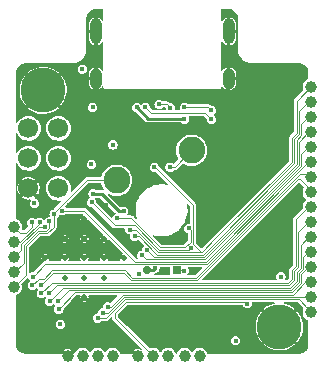
<source format=gbr>
%TF.GenerationSoftware,KiCad,Pcbnew,(5.99.0-11145-g173c9a974c)*%
%TF.CreationDate,2021-06-27T16:32:01+02:00*%
%TF.ProjectId,micro,6d696372-6f2e-46b6-9963-61645f706362,rev1.0*%
%TF.SameCoordinates,Original*%
%TF.FileFunction,Copper,L1,Top*%
%TF.FilePolarity,Positive*%
%FSLAX46Y46*%
G04 Gerber Fmt 4.6, Leading zero omitted, Abs format (unit mm)*
G04 Created by KiCad (PCBNEW (5.99.0-11145-g173c9a974c)) date 2021-06-27 16:32:01*
%MOMM*%
%LPD*%
G01*
G04 APERTURE LIST*
%TA.AperFunction,ComponentPad*%
%ADD10C,2.250000*%
%TD*%
%TA.AperFunction,SMDPad,CuDef*%
%ADD11C,0.700000*%
%TD*%
%TA.AperFunction,SMDPad,CuDef*%
%ADD12R,0.700000X0.700000*%
%TD*%
%TA.AperFunction,ComponentPad*%
%ADD13C,1.000000*%
%TD*%
%TA.AperFunction,ConnectorPad*%
%ADD14C,3.800000*%
%TD*%
%TA.AperFunction,ComponentPad*%
%ADD15C,2.600000*%
%TD*%
%TA.AperFunction,ComponentPad*%
%ADD16C,1.700000*%
%TD*%
%TA.AperFunction,ComponentPad*%
%ADD17C,0.500000*%
%TD*%
%TA.AperFunction,ComponentPad*%
%ADD18O,1.000000X2.200000*%
%TD*%
%TA.AperFunction,ComponentPad*%
%ADD19O,1.000000X1.800000*%
%TD*%
%TA.AperFunction,ViaPad*%
%ADD20C,0.400000*%
%TD*%
%TA.AperFunction,Conductor*%
%ADD21C,0.100000*%
%TD*%
%TA.AperFunction,Conductor*%
%ADD22C,0.250000*%
%TD*%
G04 APERTURE END LIST*
D10*
%TO.P,MX1,1,COL*%
%TO.N,COL0*%
X147430000Y-96770000D03*
%TO.P,MX1,2,ROW*%
%TO.N,Net-(D1-Pad2)*%
X153780000Y-94230000D03*
D11*
%TO.P,MX1,3,LED*%
%TO.N,VCC*%
X149970000Y-104390000D03*
D12*
%TO.P,MX1,4,LEDGND*%
%TO.N,Net-(MX1-Pad4)*%
X152510000Y-104390000D03*
%TD*%
D13*
%TO.P,J7,1,Pin_1*%
%TO.N,ROW0*%
X163872579Y-88894000D03*
%TO.P,J7,2,Pin_2*%
%TO.N,ROW1*%
X163872579Y-90164000D03*
%TO.P,J7,3,Pin_3*%
%TO.N,ROW2*%
X163872579Y-91434000D03*
%TO.P,J7,4,Pin_4*%
%TO.N,ROW3*%
X163872579Y-92704000D03*
%TO.P,J7,5,Pin_5*%
%TO.N,ROW4*%
X163872579Y-93974000D03*
%TO.P,J7,6,Pin_6*%
%TO.N,ROW5*%
X163872579Y-95244000D03*
%TO.P,J7,7,Pin_7*%
%TO.N,ROW6*%
X163872579Y-96514000D03*
%TO.P,J7,8,Pin_8*%
%TO.N,ROW7*%
X163872579Y-97784000D03*
%TO.P,J7,9,Pin_9*%
%TO.N,ROW8*%
X163872579Y-99054000D03*
%TO.P,J7,10,Pin_10*%
%TO.N,ROW9*%
X163872579Y-100324000D03*
%TO.P,J7,11,Pin_11*%
%TO.N,ROW10*%
X163872579Y-101594000D03*
%TO.P,J7,12,Pin_12*%
%TO.N,ROW11*%
X163872579Y-102864000D03*
%TO.P,J7,13,Pin_13*%
%TO.N,ROW12*%
X163872579Y-104134000D03*
%TO.P,J7,14,Pin_14*%
%TO.N,ROW13*%
X163872579Y-105404000D03*
%TO.P,J7,15,Pin_15*%
%TO.N,ROW14*%
X163872579Y-106674000D03*
%TO.P,J7,16,Pin_16*%
%TO.N,ROW15*%
X163872579Y-107944000D03*
%TD*%
%TO.P,J3,1,Pin_1*%
%TO.N,BLD*%
X154455000Y-111660000D03*
%TO.P,J3,2,Pin_2*%
%TO.N,VCC*%
X153185000Y-111660000D03*
%TD*%
%TO.P,J4,1,Pin_1*%
%TO.N,GND*%
X149230000Y-111660000D03*
%TO.P,J4,2,Pin_2*%
%TO.N,RGBO*%
X150500000Y-111660000D03*
%TO.P,J4,3,Pin_3*%
%TO.N,VCC*%
X151770000Y-111660000D03*
%TD*%
%TO.P,J5,1,Pin_1*%
%TO.N,SDA*%
X147090000Y-111670000D03*
%TO.P,J5,2,Pin_2*%
%TO.N,SCK*%
X145820000Y-111670000D03*
%TO.P,J5,3,Pin_3*%
%TO.N,VCC*%
X144550000Y-111670000D03*
%TO.P,J5,4,Pin_4*%
%TO.N,GND*%
X143280000Y-111670000D03*
%TD*%
%TO.P,J6,1,Pin_1*%
%TO.N,COL0*%
X138710000Y-105810000D03*
%TO.P,J6,2,Pin_2*%
%TO.N,COL1*%
X138710000Y-104540000D03*
%TO.P,J6,3,Pin_3*%
%TO.N,COL2*%
X138710000Y-103270000D03*
%TO.P,J6,4,Pin_4*%
%TO.N,COL3*%
X138710000Y-102000000D03*
%TO.P,J6,5,Pin_5*%
%TO.N,COL4*%
X138710000Y-100730000D03*
%TD*%
D14*
%TO.P,H2,1,1*%
%TO.N,GND*%
X161212579Y-109159000D03*
D15*
X161212579Y-109159000D03*
%TD*%
D14*
%TO.P,H1,1,1*%
%TO.N,GND*%
X141212579Y-89159000D03*
D15*
X141212579Y-89159000D03*
%TD*%
D16*
%TO.P,J2,1,MISO*%
%TO.N,ROW3*%
X142504579Y-92371000D03*
%TO.P,J2,2,VCC*%
%TO.N,VCC*%
X139964579Y-92371000D03*
%TO.P,J2,3,SCK*%
%TO.N,ROW1*%
X142504579Y-94911000D03*
%TO.P,J2,4,MOSI*%
%TO.N,ROW2*%
X139964579Y-94911000D03*
%TO.P,J2,5,~{RST}*%
%TO.N,RST*%
X142504579Y-97451000D03*
%TO.P,J2,6,GND*%
%TO.N,GND*%
X139964579Y-97451000D03*
%TD*%
D17*
%TO.P,U2,45,EP*%
%TO.N,GND*%
X144706837Y-101707590D03*
X141383435Y-103369291D03*
X148030239Y-103369291D03*
X146368538Y-101707590D03*
X143045136Y-105030992D03*
X144706837Y-100045889D03*
X144706837Y-103369291D03*
X144706837Y-105030992D03*
X143045136Y-101707590D03*
X146368538Y-105030992D03*
X143045136Y-103369291D03*
X144706837Y-106692693D03*
X146368538Y-103369291D03*
%TD*%
D18*
%TO.P,J1,S1,SHIELD*%
%TO.N,GND*%
X156912579Y-84156500D03*
D19*
X156912579Y-88156500D03*
D18*
X145672579Y-84156500D03*
D19*
X145672579Y-88156500D03*
%TD*%
D20*
%TO.N,GND*%
X154040000Y-104370000D03*
X151740000Y-104360000D03*
%TO.N,Net-(MX1-Pad4)*%
X157500000Y-110350000D03*
X153140000Y-104420000D03*
%TO.N,RST*%
X149340000Y-104669491D03*
%TO.N,GND*%
X148810000Y-99640000D03*
X153220000Y-96590000D03*
X143370000Y-98860000D03*
X140280000Y-103370000D03*
X146490000Y-98900000D03*
X149680000Y-92840000D03*
X145360000Y-93820000D03*
X152840000Y-101290000D03*
%TO.N,VCC*%
X147110000Y-93780000D03*
%TO.N,GND*%
X140790000Y-108660000D03*
X158490000Y-104080000D03*
%TO.N,Net-(C1-Pad1)*%
X153172579Y-91609000D03*
X149152579Y-90609000D03*
%TO.N,GND*%
X158372579Y-96879000D03*
X155822579Y-89339000D03*
X146802579Y-89589000D03*
X153372579Y-108789000D03*
%TO.N,VCC*%
X140472579Y-98721000D03*
X142662579Y-108969000D03*
X145442579Y-97919000D03*
X148020000Y-99380000D03*
X145298579Y-95419000D03*
X150670000Y-104210000D03*
X145392579Y-90599000D03*
X144532579Y-87359000D03*
X161340000Y-104930000D03*
%TO.N,Net-(C9-Pad1)*%
X147430000Y-100000000D03*
X153560000Y-100850000D03*
%TO.N,Net-(D1-Pad2)*%
X151952579Y-95669000D03*
%TO.N,RGB*%
X153730000Y-102511900D03*
X145313948Y-98642576D03*
%TO.N,RGBO*%
X158480000Y-107208060D03*
%TO.N,Net-(J1-PadA5)*%
X155458579Y-91609000D03*
X149870579Y-90593000D03*
%TO.N,Net-(J1-PadA6)*%
X151982579Y-90639000D03*
X151032579Y-90349000D03*
%TO.N,Net-(J1-PadB5)*%
X153172579Y-90593000D03*
X155458579Y-90847000D03*
%TO.N,ROW0*%
X150632579Y-95673000D03*
X148520000Y-100940000D03*
%TO.N,ROW3*%
X149552579Y-103129000D03*
%TO.N,ROW2*%
X149962579Y-102639000D03*
%TO.N,ROW1*%
X148952579Y-101499000D03*
%TO.N,COL0*%
X142140000Y-99640000D03*
%TO.N,ROW9*%
X141712579Y-106349000D03*
%TO.N,ROW10*%
X141772579Y-106999000D03*
%TO.N,ROW12*%
X142530000Y-107670000D03*
%TO.N,ROW11*%
X142452579Y-107029000D03*
%TO.N,ROW13*%
X146670000Y-107460000D03*
%TO.N,ROW14*%
X146242579Y-107979000D03*
%TO.N,ROW4*%
X142830000Y-99340000D03*
%TO.N,ROW5*%
X140322579Y-104929000D03*
%TO.N,ROW6*%
X140292579Y-105669000D03*
%TO.N,ROW7*%
X141012579Y-105629000D03*
%TO.N,ROW8*%
X141052579Y-106349000D03*
%TO.N,COL1*%
X141730000Y-100260000D03*
%TO.N,COL2*%
X141340000Y-100710000D03*
%TO.N,COL3*%
X140900000Y-100320000D03*
%TO.N,COL4*%
X140250000Y-100340000D03*
%TO.N,ROW15*%
X145840000Y-108450000D03*
%TD*%
D21*
%TO.N,Net-(MX1-Pad4)*%
X153140000Y-104420000D02*
X153110000Y-104390000D01*
X153110000Y-104390000D02*
X152510000Y-104390000D01*
D22*
%TO.N,VCC*%
X149970000Y-104390000D02*
X150490000Y-104390000D01*
X150490000Y-104390000D02*
X150670000Y-104210000D01*
D21*
%TO.N,ROW7*%
X141012579Y-105629000D02*
X142031579Y-104610000D01*
X142031579Y-104610000D02*
X148030000Y-104610000D01*
X148030000Y-104610000D02*
X148638512Y-105218511D01*
X148638512Y-105218511D02*
X154250374Y-105218511D01*
X154250374Y-105218511D02*
X162778885Y-96690000D01*
X162778885Y-96690000D02*
X162990000Y-96690000D01*
X162990000Y-96690000D02*
X163660558Y-97360558D01*
X163660558Y-97360558D02*
X163660558Y-97784000D01*
%TO.N,ROW6*%
X140292579Y-105669000D02*
X140871579Y-105090000D01*
X140871579Y-105090000D02*
X141269415Y-105090000D01*
X162980423Y-96206299D02*
X163352857Y-96206299D01*
X141269415Y-105090000D02*
X141948936Y-104410480D01*
X141948936Y-104410480D02*
X142114224Y-104410481D01*
X142114224Y-104410481D02*
X148112645Y-104410481D01*
X148112645Y-104410481D02*
X148721155Y-105018991D01*
X148721155Y-105018991D02*
X154167731Y-105018991D01*
X154167731Y-105018991D02*
X162980423Y-96206299D01*
X163352857Y-96206299D02*
X163660558Y-96514000D01*
%TO.N,RGBO*%
X158480000Y-107208060D02*
X158330020Y-107058080D01*
X158330020Y-107058080D02*
X148217827Y-107058080D01*
X148217827Y-107058080D02*
X147300000Y-107975907D01*
X147300000Y-107975907D02*
X147300000Y-108420000D01*
X147300000Y-108420000D02*
X150488975Y-111608975D01*
%TO.N,ROW13*%
X163394656Y-105404000D02*
X163660558Y-105404000D01*
X162339137Y-106459519D02*
X163394656Y-105404000D01*
X147969895Y-106459520D02*
X162339137Y-106459519D01*
X146969415Y-107460000D02*
X147969895Y-106459520D01*
X146670000Y-107460000D02*
X146969415Y-107460000D01*
%TO.N,ROW12*%
X163063068Y-104731490D02*
X163660558Y-104134000D01*
X162256492Y-106260000D02*
X163063067Y-105453425D01*
X143940000Y-106260000D02*
X162256492Y-106260000D01*
X163063067Y-105453425D02*
X163063068Y-104731490D01*
X142530000Y-107670000D02*
X143940000Y-106260000D01*
%TO.N,ROW14*%
X146242579Y-107979000D02*
X146732579Y-107979000D01*
X146732579Y-107979000D02*
X148052539Y-106659040D01*
X163645598Y-106659040D02*
X163660558Y-106674000D01*
X148052539Y-106659040D02*
X162741201Y-106659038D01*
X162741201Y-106659038D02*
X162741203Y-106659040D01*
X162741203Y-106659040D02*
X163645598Y-106659040D01*
%TO.N,ROW15*%
X145840000Y-108450000D02*
X146543743Y-108450000D01*
X148135183Y-106858560D02*
X162658559Y-106858560D01*
X162869520Y-106859520D02*
X163660558Y-107650558D01*
X146543743Y-108450000D02*
X148135183Y-106858560D01*
X162658559Y-106858560D02*
X162659520Y-106859520D01*
X162659520Y-106859520D02*
X162869520Y-106859520D01*
X163660558Y-107650558D02*
X163660558Y-107944000D01*
%TO.N,ROW8*%
X141052579Y-106349000D02*
X141939659Y-105461920D01*
X141939659Y-105461920D02*
X161925916Y-105461920D01*
X161925916Y-105461920D02*
X162264989Y-105122847D01*
X162264989Y-105122847D02*
X162264992Y-104400910D01*
X162264992Y-104400910D02*
X162624509Y-104041393D01*
X162624509Y-104041393D02*
X162624509Y-100090049D01*
X162624509Y-100090049D02*
X163660558Y-99054000D01*
%TO.N,ROW9*%
X141712579Y-106349000D02*
X142400139Y-105661440D01*
X142400139Y-105661440D02*
X162008560Y-105661440D01*
X162008560Y-105661440D02*
X162464508Y-105205492D01*
X162824028Y-101160530D02*
X163660558Y-100324000D01*
X162464508Y-105205492D02*
X162464511Y-104483555D01*
X162464511Y-104483555D02*
X162824028Y-104124038D01*
X162824028Y-104124038D02*
X162824028Y-101160530D01*
%TO.N,ROW10*%
X141772579Y-106999000D02*
X142910619Y-105860960D01*
X142910619Y-105860960D02*
X162091204Y-105860960D01*
X162091204Y-105860960D02*
X162664027Y-105288137D01*
X162664027Y-105288137D02*
X162664030Y-104566200D01*
X162664030Y-104566200D02*
X163023548Y-104206682D01*
X163023548Y-102231010D02*
X163660558Y-101594000D01*
X163023548Y-104206682D02*
X163023548Y-102231010D01*
%TO.N,ROW11*%
X142452579Y-107029000D02*
X143421099Y-106060480D01*
X143421099Y-106060480D02*
X162173848Y-106060480D01*
X162173848Y-106060480D02*
X162863547Y-105370781D01*
X162863547Y-105370781D02*
X162863549Y-104648845D01*
X162863549Y-104648845D02*
X163223068Y-104289326D01*
X163223068Y-104289326D02*
X163223068Y-103301490D01*
X163223068Y-103301490D02*
X163660558Y-102864000D01*
D22*
%TO.N,VCC*%
X148020000Y-99380000D02*
X147640000Y-99380000D01*
X147640000Y-99380000D02*
X146179000Y-97919000D01*
X146179000Y-97919000D02*
X145442579Y-97919000D01*
D21*
%TO.N,COL0*%
X142140000Y-99640000D02*
X142140000Y-99535716D01*
X142140000Y-99535716D02*
X143110480Y-98565236D01*
X143124764Y-98565236D02*
X144911000Y-96779000D01*
X143110480Y-98565236D02*
X143124764Y-98565236D01*
X144911000Y-96779000D02*
X147412579Y-96779000D01*
%TO.N,ROW4*%
X142830000Y-99340000D02*
X144670000Y-99340000D01*
X144670000Y-99340000D02*
X148989480Y-103659480D01*
X148989480Y-103659480D02*
X154962914Y-103659480D01*
X154962914Y-103659480D02*
X163063068Y-95559326D01*
X163063068Y-95559326D02*
X163063068Y-94571490D01*
X163063068Y-94571490D02*
X163660558Y-93974000D01*
%TO.N,RGB*%
X147261861Y-100590489D02*
X148974817Y-100590489D01*
X148974817Y-100590489D02*
X151046208Y-102661880D01*
X145313948Y-98642576D02*
X147261861Y-100590489D01*
X151046208Y-102661880D02*
X153580020Y-102661880D01*
X153580020Y-102661880D02*
X153730000Y-102511900D01*
%TO.N,ROW0*%
X154632338Y-102861400D02*
X154573784Y-102861400D01*
X154573784Y-102861400D02*
X153909511Y-102197127D01*
X150713000Y-95673000D02*
X150632579Y-95673000D01*
X153909511Y-102197127D02*
X153909511Y-98869511D01*
X153909511Y-98869511D02*
X150713000Y-95673000D01*
%TO.N,Net-(C9-Pad1)*%
X153560000Y-100850000D02*
X153709991Y-100999991D01*
X151128852Y-102462360D02*
X148666492Y-100000000D01*
X153709991Y-100999991D02*
X153709991Y-102010009D01*
X153709991Y-102010009D02*
X153257640Y-102462360D01*
X153257640Y-102462360D02*
X151128852Y-102462360D01*
X148666492Y-100000000D02*
X147430000Y-100000000D01*
%TO.N,ROW0*%
X155792579Y-101701159D02*
X162264988Y-95228750D01*
X162664028Y-92807749D02*
X162664028Y-90054530D01*
X162264988Y-95228750D02*
X162264988Y-93206789D01*
X162264988Y-93206789D02*
X162664028Y-92807749D01*
X162664028Y-90054530D02*
X163824558Y-88894000D01*
X148520000Y-100940000D02*
X149042164Y-100940000D01*
X149042164Y-100940000D02*
X150963564Y-102861400D01*
X150963564Y-102861400D02*
X154632338Y-102861400D01*
X154632338Y-102861400D02*
X155792579Y-101701159D01*
%TO.N,ROW1*%
X163635558Y-90139000D02*
X162863548Y-90911010D01*
X162464508Y-93289433D02*
X162464508Y-95311394D01*
X162863548Y-90911010D02*
X162863548Y-92890393D01*
X162464508Y-95311394D02*
X154714982Y-103060920D01*
X162863548Y-92890393D02*
X162464508Y-93289433D01*
X150880920Y-103060920D02*
X149319000Y-101499000D01*
X149319000Y-101499000D02*
X148952579Y-101499000D01*
X154714982Y-103060920D02*
X150880920Y-103060920D01*
%TO.N,COL4*%
X140250000Y-100340000D02*
X140250000Y-100737836D01*
X140250000Y-100737836D02*
X139727836Y-101260000D01*
X139727836Y-101260000D02*
X139290599Y-101260000D01*
X139290599Y-101260000D02*
X138760599Y-100730000D01*
%TO.N,COL0*%
X142140000Y-99640000D02*
X142140000Y-100686447D01*
X142140000Y-100686447D02*
X141567416Y-101259031D01*
X141567416Y-101259031D02*
X140857461Y-101259031D01*
X140857461Y-101259031D02*
X139758551Y-102357941D01*
X139758551Y-102357941D02*
X139758551Y-104812049D01*
X139758551Y-104812049D02*
X138760600Y-105810000D01*
%TO.N,COL1*%
X141730000Y-100260000D02*
X141730000Y-100814284D01*
X141730000Y-100814284D02*
X141484773Y-101059511D01*
X139559031Y-102275297D02*
X139559031Y-103741569D01*
X141484773Y-101059511D02*
X140774817Y-101059511D01*
X140774817Y-101059511D02*
X139559031Y-102275297D01*
X139559031Y-103741569D02*
X138760600Y-104540000D01*
%TO.N,COL2*%
X141340000Y-100710000D02*
X140842164Y-100710000D01*
X140842164Y-100710000D02*
X139359511Y-102192653D01*
X139359511Y-102192653D02*
X139359511Y-102671089D01*
X139359511Y-102671089D02*
X138760600Y-103270000D01*
%TO.N,COL3*%
X140900000Y-100320000D02*
X140900000Y-100370000D01*
X140900000Y-100370000D02*
X139270000Y-102000000D01*
X139270000Y-102000000D02*
X138760599Y-102000000D01*
D22*
%TO.N,Net-(C1-Pad1)*%
X153112579Y-91549000D02*
X150092579Y-91549000D01*
X153172579Y-91609000D02*
X153112579Y-91549000D01*
X150092579Y-91549000D02*
X149152579Y-90609000D01*
D21*
%TO.N,Net-(D1-Pad2)*%
X151952579Y-95669000D02*
X152332579Y-95669000D01*
X152332579Y-95669000D02*
X153762579Y-94239000D01*
%TO.N,Net-(J1-PadA5)*%
X154950579Y-91101000D02*
X155458579Y-91609000D01*
X150378579Y-91101000D02*
X154950579Y-91101000D01*
X149870579Y-90593000D02*
X150378579Y-91101000D01*
%TO.N,Net-(J1-PadA6)*%
X151692579Y-90349000D02*
X151032579Y-90349000D01*
X151982579Y-90639000D02*
X151692579Y-90349000D01*
%TO.N,Net-(J1-PadB5)*%
X153172579Y-90593000D02*
X155204579Y-90593000D01*
X155204579Y-90593000D02*
X155458579Y-90847000D01*
%TO.N,ROW3*%
X154880270Y-103459960D02*
X162863548Y-95476682D01*
X162863548Y-95476682D02*
X162863548Y-93501010D01*
X149552579Y-103129000D02*
X149883539Y-103459960D01*
X149883539Y-103459960D02*
X154880270Y-103459960D01*
X162863548Y-93501010D02*
X163660558Y-92704000D01*
%TO.N,ROW2*%
X150584019Y-103260440D02*
X154797626Y-103260440D01*
X162664028Y-95394038D02*
X162664028Y-93372077D01*
X149962579Y-102639000D02*
X150584019Y-103260440D01*
X163063068Y-92973037D02*
X163063068Y-92031490D01*
X154797626Y-103260440D02*
X162664028Y-95394038D01*
X162664028Y-93372077D02*
X163063068Y-92973037D01*
X163063068Y-92031490D02*
X163660558Y-91434000D01*
%TO.N,ROW5*%
X141392579Y-103859000D02*
X155045558Y-103859000D01*
X155045558Y-103859000D02*
X163660558Y-95244000D01*
X140322579Y-104929000D02*
X141392579Y-103859000D01*
%TD*%
%TA.AperFunction,Conductor*%
%TO.N,GND*%
G36*
X139936130Y-105058027D02*
G01*
X139945141Y-105070429D01*
X139994523Y-105167347D01*
X140081989Y-105254813D01*
X140096341Y-105289461D01*
X140081989Y-105324109D01*
X140069587Y-105333120D01*
X140054232Y-105340944D01*
X139964523Y-105430653D01*
X139962772Y-105434090D01*
X139962771Y-105434091D01*
X139908677Y-105540256D01*
X139908676Y-105540260D01*
X139906926Y-105543694D01*
X139887079Y-105669000D01*
X139906926Y-105794306D01*
X139908676Y-105797740D01*
X139908677Y-105797744D01*
X139953755Y-105886214D01*
X139964523Y-105907347D01*
X140054232Y-105997056D01*
X140057669Y-105998807D01*
X140057670Y-105998808D01*
X140163835Y-106052902D01*
X140163839Y-106052903D01*
X140167273Y-106054653D01*
X140292579Y-106074500D01*
X140417885Y-106054653D01*
X140421319Y-106052903D01*
X140421323Y-106052902D01*
X140527488Y-105998808D01*
X140527489Y-105998807D01*
X140530926Y-105997056D01*
X140620635Y-105907347D01*
X140625084Y-105898615D01*
X140653600Y-105874260D01*
X140690987Y-105877202D01*
X140703390Y-105886214D01*
X140774232Y-105957056D01*
X140782964Y-105961505D01*
X140807319Y-105990021D01*
X140804377Y-106027408D01*
X140795365Y-106039811D01*
X140724523Y-106110653D01*
X140722772Y-106114090D01*
X140722771Y-106114091D01*
X140668677Y-106220256D01*
X140668676Y-106220260D01*
X140666926Y-106223694D01*
X140647079Y-106349000D01*
X140666926Y-106474306D01*
X140668676Y-106477740D01*
X140668677Y-106477744D01*
X140722579Y-106583532D01*
X140724523Y-106587347D01*
X140814232Y-106677056D01*
X140817669Y-106678807D01*
X140817670Y-106678808D01*
X140923835Y-106732902D01*
X140923839Y-106732903D01*
X140927273Y-106734653D01*
X141052579Y-106754500D01*
X141177885Y-106734653D01*
X141181319Y-106732903D01*
X141181323Y-106732902D01*
X141287488Y-106678808D01*
X141287489Y-106678807D01*
X141290926Y-106677056D01*
X141347931Y-106620051D01*
X141382579Y-106605699D01*
X141417227Y-106620051D01*
X141466528Y-106669352D01*
X141480880Y-106704000D01*
X141466528Y-106738648D01*
X141444523Y-106760653D01*
X141442772Y-106764090D01*
X141442771Y-106764091D01*
X141388677Y-106870256D01*
X141388676Y-106870260D01*
X141386926Y-106873694D01*
X141367079Y-106999000D01*
X141386926Y-107124306D01*
X141388676Y-107127740D01*
X141388677Y-107127744D01*
X141442771Y-107233909D01*
X141444523Y-107237347D01*
X141534232Y-107327056D01*
X141537669Y-107328807D01*
X141537670Y-107328808D01*
X141643835Y-107382902D01*
X141643839Y-107382903D01*
X141647273Y-107384653D01*
X141772579Y-107404500D01*
X141897885Y-107384653D01*
X141901319Y-107382903D01*
X141901323Y-107382902D01*
X142007488Y-107328808D01*
X142007489Y-107328807D01*
X142010926Y-107327056D01*
X142062931Y-107275051D01*
X142097579Y-107260699D01*
X142132227Y-107275051D01*
X142210739Y-107353563D01*
X142225091Y-107388211D01*
X142210738Y-107422859D01*
X142201944Y-107431653D01*
X142200193Y-107435090D01*
X142200192Y-107435091D01*
X142146098Y-107541256D01*
X142146097Y-107541260D01*
X142144347Y-107544694D01*
X142124500Y-107670000D01*
X142144347Y-107795306D01*
X142146097Y-107798740D01*
X142146098Y-107798744D01*
X142200192Y-107904909D01*
X142201944Y-107908347D01*
X142291653Y-107998056D01*
X142295090Y-107999807D01*
X142295091Y-107999808D01*
X142401256Y-108053902D01*
X142401260Y-108053903D01*
X142404694Y-108055653D01*
X142530000Y-108075500D01*
X142655306Y-108055653D01*
X142658740Y-108053903D01*
X142658744Y-108053902D01*
X142764909Y-107999808D01*
X142764910Y-107999807D01*
X142768347Y-107998056D01*
X142858056Y-107908347D01*
X142859808Y-107904909D01*
X142913902Y-107798744D01*
X142913903Y-107798740D01*
X142915653Y-107795306D01*
X142935500Y-107670000D01*
X142932482Y-107650944D01*
X142932400Y-107650424D01*
X142941156Y-107613958D01*
X142946149Y-107608112D01*
X143530754Y-107023507D01*
X144592193Y-107023507D01*
X144592398Y-107024004D01*
X144594422Y-107025169D01*
X144669515Y-107045079D01*
X144677466Y-107045831D01*
X144785673Y-107038170D01*
X144793437Y-107036306D01*
X144815993Y-107026755D01*
X144821226Y-107021439D01*
X144821208Y-107019196D01*
X144713730Y-106911718D01*
X144706837Y-106908863D01*
X144699944Y-106911718D01*
X144595048Y-107016614D01*
X144592193Y-107023507D01*
X143530754Y-107023507D01*
X144029409Y-106524852D01*
X144064057Y-106510500D01*
X144330529Y-106510500D01*
X144365177Y-106524852D01*
X144379529Y-106559500D01*
X144376761Y-106575735D01*
X144358466Y-106627832D01*
X144357091Y-106635712D01*
X144356240Y-106744177D01*
X144357489Y-106752066D01*
X144373877Y-106801190D01*
X144378767Y-106806825D01*
X144380155Y-106806923D01*
X144380994Y-106806404D01*
X144662546Y-106524852D01*
X144697194Y-106510500D01*
X144716480Y-106510500D01*
X144751128Y-106524852D01*
X145033372Y-106807096D01*
X145040265Y-106809951D01*
X145041387Y-106809487D01*
X145041578Y-106808956D01*
X145061412Y-106700353D01*
X145061810Y-106696147D01*
X145061820Y-106694813D01*
X145061489Y-106690604D01*
X145043363Y-106581702D01*
X145041196Y-106575374D01*
X145043550Y-106537945D01*
X145071680Y-106513142D01*
X145087554Y-106510500D01*
X147446358Y-106510500D01*
X147481006Y-106524852D01*
X147495358Y-106559500D01*
X147481006Y-106594148D01*
X146956616Y-107118539D01*
X146921968Y-107132891D01*
X146899723Y-107127550D01*
X146893357Y-107124306D01*
X146795306Y-107074347D01*
X146670000Y-107054500D01*
X146544694Y-107074347D01*
X146541260Y-107076097D01*
X146541256Y-107076098D01*
X146435091Y-107130192D01*
X146435090Y-107130193D01*
X146431653Y-107131944D01*
X146341944Y-107221653D01*
X146340193Y-107225090D01*
X146340192Y-107225091D01*
X146286098Y-107331256D01*
X146286097Y-107331260D01*
X146284347Y-107334694D01*
X146264500Y-107460000D01*
X146265103Y-107463807D01*
X146265103Y-107463808D01*
X146273835Y-107518939D01*
X146265080Y-107555405D01*
X146233103Y-107575001D01*
X146117273Y-107593347D01*
X146113839Y-107595097D01*
X146113835Y-107595098D01*
X146007670Y-107649192D01*
X146007669Y-107649193D01*
X146004232Y-107650944D01*
X145914523Y-107740653D01*
X145912772Y-107744090D01*
X145912771Y-107744091D01*
X145858677Y-107850256D01*
X145858676Y-107850260D01*
X145856926Y-107853694D01*
X145837079Y-107979000D01*
X145839606Y-107994952D01*
X145830852Y-108031417D01*
X145798874Y-108051014D01*
X145714694Y-108064347D01*
X145711260Y-108066097D01*
X145711256Y-108066098D01*
X145605091Y-108120192D01*
X145605090Y-108120193D01*
X145601653Y-108121944D01*
X145511944Y-108211653D01*
X145510193Y-108215090D01*
X145510192Y-108215091D01*
X145456098Y-108321256D01*
X145456097Y-108321260D01*
X145454347Y-108324694D01*
X145434500Y-108450000D01*
X145454347Y-108575306D01*
X145456097Y-108578740D01*
X145456098Y-108578744D01*
X145486898Y-108639192D01*
X145511944Y-108688347D01*
X145601653Y-108778056D01*
X145605090Y-108779807D01*
X145605091Y-108779808D01*
X145711256Y-108833902D01*
X145711260Y-108833903D01*
X145714694Y-108835653D01*
X145840000Y-108855500D01*
X145965306Y-108835653D01*
X145968740Y-108833903D01*
X145968744Y-108833902D01*
X146074909Y-108779808D01*
X146074910Y-108779807D01*
X146078347Y-108778056D01*
X146141551Y-108714852D01*
X146176199Y-108700500D01*
X146513783Y-108700500D01*
X146523342Y-108701442D01*
X146543743Y-108705500D01*
X146568879Y-108700500D01*
X146568882Y-108700500D01*
X146600171Y-108694276D01*
X146641519Y-108686051D01*
X146724409Y-108630666D01*
X146735967Y-108613368D01*
X146742061Y-108605943D01*
X146961794Y-108386210D01*
X146996442Y-108371858D01*
X147031090Y-108386210D01*
X147044690Y-108419043D01*
X147044500Y-108420000D01*
X147049500Y-108445136D01*
X147049500Y-108445137D01*
X147063949Y-108517776D01*
X147119334Y-108600666D01*
X147123345Y-108603346D01*
X147136632Y-108612224D01*
X147144057Y-108618318D01*
X148491838Y-109966098D01*
X149579032Y-111053292D01*
X149593384Y-111087940D01*
X149579032Y-111122588D01*
X149544384Y-111136940D01*
X149525632Y-111133210D01*
X149389552Y-111076843D01*
X149383404Y-111075196D01*
X149233183Y-111055419D01*
X149226817Y-111055419D01*
X149076596Y-111075196D01*
X149070448Y-111076843D01*
X148930463Y-111134828D01*
X148929139Y-111135592D01*
X148926233Y-111140625D01*
X148927505Y-111145373D01*
X149157480Y-111375348D01*
X149171832Y-111409996D01*
X149157480Y-111444644D01*
X149122833Y-111458996D01*
X148837160Y-111458996D01*
X148802512Y-111444644D01*
X148716991Y-111359123D01*
X148710098Y-111356268D01*
X148706355Y-111357818D01*
X148704826Y-111360468D01*
X148676544Y-111428747D01*
X148650026Y-111455266D01*
X148631274Y-111458996D01*
X147938168Y-111458997D01*
X147792859Y-111458997D01*
X147758211Y-111444645D01*
X147747022Y-111427317D01*
X147740479Y-111409999D01*
X147721517Y-111359817D01*
X147716262Y-111345910D01*
X147716261Y-111345909D01*
X147715217Y-111343145D01*
X147619203Y-111203444D01*
X147616998Y-111201479D01*
X147616995Y-111201476D01*
X147494848Y-111092648D01*
X147492638Y-111090679D01*
X147342829Y-111011359D01*
X147178423Y-110970063D01*
X147091815Y-110969610D01*
X147011865Y-110969191D01*
X147011861Y-110969191D01*
X147008912Y-110969176D01*
X147006043Y-110969865D01*
X147006041Y-110969865D01*
X146869095Y-111002743D01*
X146844082Y-111008748D01*
X146841454Y-111010104D01*
X146841455Y-111010104D01*
X146707400Y-111079295D01*
X146693450Y-111086495D01*
X146565711Y-111197928D01*
X146564013Y-111200343D01*
X146564012Y-111200345D01*
X146550461Y-111219626D01*
X146495166Y-111298304D01*
X146494870Y-111298725D01*
X146463206Y-111318820D01*
X146426606Y-111310639D01*
X146414399Y-111298304D01*
X146350878Y-111205881D01*
X146349203Y-111203444D01*
X146346998Y-111201479D01*
X146346995Y-111201476D01*
X146224848Y-111092648D01*
X146222638Y-111090679D01*
X146072829Y-111011359D01*
X145908423Y-110970063D01*
X145821815Y-110969610D01*
X145741865Y-110969191D01*
X145741861Y-110969191D01*
X145738912Y-110969176D01*
X145736043Y-110969865D01*
X145736041Y-110969865D01*
X145599095Y-111002743D01*
X145574082Y-111008748D01*
X145571454Y-111010104D01*
X145571455Y-111010104D01*
X145437400Y-111079295D01*
X145423450Y-111086495D01*
X145295711Y-111197928D01*
X145294013Y-111200343D01*
X145294012Y-111200345D01*
X145280461Y-111219626D01*
X145225166Y-111298304D01*
X145224870Y-111298725D01*
X145193206Y-111318820D01*
X145156606Y-111310639D01*
X145144399Y-111298304D01*
X145080878Y-111205881D01*
X145079203Y-111203444D01*
X145076998Y-111201479D01*
X145076995Y-111201476D01*
X144954848Y-111092648D01*
X144952638Y-111090679D01*
X144802829Y-111011359D01*
X144638423Y-110970063D01*
X144551815Y-110969610D01*
X144471865Y-110969191D01*
X144471861Y-110969191D01*
X144468912Y-110969176D01*
X144466043Y-110969865D01*
X144466041Y-110969865D01*
X144329095Y-111002743D01*
X144304082Y-111008748D01*
X144301454Y-111010104D01*
X144301455Y-111010104D01*
X144167400Y-111079295D01*
X144153450Y-111086495D01*
X144025711Y-111197928D01*
X144024013Y-111200343D01*
X144024012Y-111200345D01*
X144010461Y-111219626D01*
X143928240Y-111336615D01*
X143927169Y-111339363D01*
X143927167Y-111339366D01*
X143906047Y-111393537D01*
X143880089Y-111420605D01*
X143842595Y-111421391D01*
X143815124Y-111394489D01*
X143805174Y-111370468D01*
X143804407Y-111369138D01*
X143799375Y-111366233D01*
X143794627Y-111367505D01*
X143717485Y-111444647D01*
X143682837Y-111458999D01*
X143397165Y-111458999D01*
X143362517Y-111444647D01*
X143348165Y-111409999D01*
X143362517Y-111375351D01*
X143580877Y-111156991D01*
X143583732Y-111150098D01*
X143582182Y-111146354D01*
X143579537Y-111144828D01*
X143439552Y-111086843D01*
X143433404Y-111085196D01*
X143283183Y-111065419D01*
X143276817Y-111065419D01*
X143126596Y-111085196D01*
X143120448Y-111086843D01*
X142980463Y-111144828D01*
X142979139Y-111145592D01*
X142976233Y-111150625D01*
X142977505Y-111155373D01*
X143197484Y-111375352D01*
X143211836Y-111410000D01*
X143197484Y-111444648D01*
X143162837Y-111459000D01*
X142877163Y-111459000D01*
X142842516Y-111444648D01*
X142766991Y-111369123D01*
X142760098Y-111366268D01*
X142756354Y-111367818D01*
X142754828Y-111370463D01*
X142730683Y-111428752D01*
X142704164Y-111455270D01*
X142685414Y-111459000D01*
X139722893Y-111459002D01*
X139710578Y-111456527D01*
X139710578Y-111454002D01*
X139645162Y-111453498D01*
X139637042Y-111452757D01*
X139533371Y-111434476D01*
X139508390Y-111430071D01*
X139500140Y-111427860D01*
X139449717Y-111409508D01*
X139377564Y-111383247D01*
X139369829Y-111379639D01*
X139295310Y-111336615D01*
X139256866Y-111314419D01*
X139249869Y-111309520D01*
X139149942Y-111225671D01*
X139143908Y-111219637D01*
X139060060Y-111119709D01*
X139055164Y-111112716D01*
X139003047Y-111022448D01*
X138989938Y-110999742D01*
X138986333Y-110992011D01*
X138986330Y-110992001D01*
X138941721Y-110869437D01*
X138939510Y-110861188D01*
X138916827Y-110732541D01*
X138916084Y-110724410D01*
X138915604Y-110661946D01*
X138915604Y-110661943D01*
X138915581Y-110659000D01*
X138915581Y-110658999D01*
X138911808Y-110642459D01*
X138910581Y-110631561D01*
X138910581Y-108969000D01*
X142257079Y-108969000D01*
X142276926Y-109094306D01*
X142278676Y-109097740D01*
X142278677Y-109097744D01*
X142309889Y-109159000D01*
X142334523Y-109207347D01*
X142424232Y-109297056D01*
X142427669Y-109298807D01*
X142427670Y-109298808D01*
X142533835Y-109352902D01*
X142533839Y-109352903D01*
X142537273Y-109354653D01*
X142662579Y-109374500D01*
X142787885Y-109354653D01*
X142791319Y-109352903D01*
X142791323Y-109352902D01*
X142897488Y-109298808D01*
X142897489Y-109298807D01*
X142900926Y-109297056D01*
X142990635Y-109207347D01*
X143015269Y-109159000D01*
X143046481Y-109097744D01*
X143046482Y-109097740D01*
X143048232Y-109094306D01*
X143068079Y-108969000D01*
X143048232Y-108843694D01*
X143046482Y-108840260D01*
X143046481Y-108840256D01*
X142992387Y-108734091D01*
X142992386Y-108734090D01*
X142990635Y-108730653D01*
X142900926Y-108640944D01*
X142897489Y-108639193D01*
X142897488Y-108639192D01*
X142791323Y-108585098D01*
X142791319Y-108585097D01*
X142787885Y-108583347D01*
X142662579Y-108563500D01*
X142537273Y-108583347D01*
X142533839Y-108585097D01*
X142533835Y-108585098D01*
X142427670Y-108639192D01*
X142427669Y-108639193D01*
X142424232Y-108640944D01*
X142334523Y-108730653D01*
X142332772Y-108734090D01*
X142332771Y-108734091D01*
X142278677Y-108840256D01*
X142278676Y-108840260D01*
X142276926Y-108843694D01*
X142257079Y-108969000D01*
X138910581Y-108969000D01*
X138910581Y-108578744D01*
X138910580Y-106521632D01*
X138924932Y-106486984D01*
X138943729Y-106476581D01*
X138943322Y-106475451D01*
X138946101Y-106474450D01*
X138948980Y-106473791D01*
X139100418Y-106397626D01*
X139229316Y-106287536D01*
X139328234Y-106149877D01*
X139391461Y-105992597D01*
X139396271Y-105958804D01*
X139409622Y-105864988D01*
X139415345Y-105824775D01*
X139415500Y-105810000D01*
X139395135Y-105641715D01*
X139375606Y-105590033D01*
X139376784Y-105552550D01*
X139386795Y-105538066D01*
X139866834Y-105058027D01*
X139901482Y-105043675D01*
X139936130Y-105058027D01*
G37*
%TD.AperFunction*%
%TA.AperFunction,Conductor*%
G36*
X160803841Y-107123412D02*
G01*
X160818193Y-107158060D01*
X160803841Y-107192708D01*
X160778752Y-107206118D01*
X160685214Y-107224724D01*
X160681882Y-107225635D01*
X160417929Y-107318329D01*
X160414761Y-107319700D01*
X160166511Y-107448655D01*
X160163556Y-107450466D01*
X159935954Y-107613113D01*
X159933289Y-107615318D01*
X159913596Y-107634104D01*
X159910717Y-107640617D01*
X159913648Y-107647937D01*
X161205686Y-108939975D01*
X161212579Y-108942830D01*
X161219472Y-108939975D01*
X162512282Y-107647165D01*
X162515137Y-107640272D01*
X162513271Y-107635766D01*
X162314752Y-107484260D01*
X162311850Y-107482355D01*
X162067786Y-107345673D01*
X162064643Y-107344194D01*
X161803751Y-107243262D01*
X161800441Y-107242243D01*
X161643191Y-107205795D01*
X161612678Y-107183990D01*
X161606520Y-107146996D01*
X161628325Y-107116483D01*
X161654255Y-107109060D01*
X162624733Y-107109060D01*
X162629713Y-107109553D01*
X162629736Y-107109325D01*
X162629865Y-107109338D01*
X162634215Y-107109987D01*
X162634383Y-107110020D01*
X162634439Y-107110020D01*
X162634475Y-107110025D01*
X162659653Y-107115020D01*
X162664386Y-107114076D01*
X162664388Y-107114076D01*
X162679973Y-107110967D01*
X162689558Y-107110020D01*
X162745463Y-107110020D01*
X162780111Y-107124372D01*
X163009303Y-107353563D01*
X163232547Y-107576807D01*
X163246899Y-107611455D01*
X163243552Y-107629254D01*
X163198780Y-107744091D01*
X163189244Y-107768549D01*
X163167118Y-107936612D01*
X163185719Y-108105102D01*
X163192881Y-108124672D01*
X163242959Y-108261518D01*
X163242961Y-108261522D01*
X163243974Y-108264290D01*
X163338519Y-108404988D01*
X163463896Y-108519073D01*
X163466489Y-108520481D01*
X163466492Y-108520483D01*
X163560450Y-108571497D01*
X163612867Y-108599957D01*
X163635684Y-108605943D01*
X163638017Y-108606555D01*
X163667889Y-108629230D01*
X163674582Y-108653951D01*
X163674582Y-110631326D01*
X163673336Y-110642307D01*
X163669582Y-110658632D01*
X163669663Y-110658990D01*
X163669582Y-110658990D01*
X163669559Y-110661977D01*
X163669079Y-110724400D01*
X163668337Y-110732526D01*
X163666274Y-110744223D01*
X163645651Y-110861178D01*
X163643440Y-110869428D01*
X163601950Y-110983424D01*
X163598828Y-110992001D01*
X163595219Y-110999739D01*
X163582108Y-111022448D01*
X163529999Y-111112702D01*
X163525100Y-111119699D01*
X163441251Y-111219626D01*
X163435217Y-111225660D01*
X163335292Y-111309506D01*
X163328296Y-111314404D01*
X163282737Y-111340708D01*
X163215329Y-111379626D01*
X163207594Y-111383234D01*
X163086483Y-111427314D01*
X163085019Y-111427847D01*
X163076768Y-111430058D01*
X162948121Y-111452741D01*
X162939990Y-111453484D01*
X162884327Y-111453912D01*
X162874580Y-111453987D01*
X162874580Y-111456514D01*
X162862393Y-111458987D01*
X160824541Y-111458988D01*
X155161636Y-111458992D01*
X155126988Y-111444640D01*
X155115799Y-111427312D01*
X155109784Y-111411392D01*
X155087184Y-111351583D01*
X155081262Y-111335910D01*
X155081261Y-111335909D01*
X155080217Y-111333145D01*
X154984203Y-111193444D01*
X154981998Y-111191479D01*
X154981995Y-111191476D01*
X154859848Y-111082648D01*
X154857638Y-111080679D01*
X154707829Y-111001359D01*
X154543423Y-110960063D01*
X154456815Y-110959610D01*
X154376865Y-110959191D01*
X154376861Y-110959191D01*
X154373912Y-110959176D01*
X154371043Y-110959865D01*
X154371041Y-110959865D01*
X154211956Y-110998058D01*
X154209082Y-110998748D01*
X154206454Y-111000104D01*
X154206455Y-111000104D01*
X154099666Y-111055222D01*
X154058450Y-111076495D01*
X153930711Y-111187928D01*
X153929013Y-111190343D01*
X153929012Y-111190345D01*
X153925047Y-111195987D01*
X153860166Y-111288304D01*
X153859870Y-111288725D01*
X153828206Y-111308820D01*
X153791606Y-111300639D01*
X153779399Y-111288304D01*
X153715878Y-111195881D01*
X153714203Y-111193444D01*
X153711998Y-111191479D01*
X153711995Y-111191476D01*
X153589848Y-111082648D01*
X153587638Y-111080679D01*
X153437829Y-111001359D01*
X153273423Y-110960063D01*
X153186815Y-110959610D01*
X153106865Y-110959191D01*
X153106861Y-110959191D01*
X153103912Y-110959176D01*
X153101043Y-110959865D01*
X153101041Y-110959865D01*
X152941956Y-110998058D01*
X152939082Y-110998748D01*
X152936454Y-111000104D01*
X152936455Y-111000104D01*
X152829666Y-111055222D01*
X152788450Y-111076495D01*
X152660711Y-111187928D01*
X152659013Y-111190343D01*
X152659012Y-111190345D01*
X152634188Y-111225666D01*
X152563240Y-111326615D01*
X152562169Y-111329363D01*
X152562167Y-111329366D01*
X152544355Y-111375053D01*
X152523979Y-111427317D01*
X152523793Y-111427793D01*
X152497836Y-111454861D01*
X152478140Y-111458994D01*
X152476637Y-111458994D01*
X152441989Y-111444642D01*
X152430800Y-111427314D01*
X152414619Y-111384490D01*
X152408319Y-111367818D01*
X152396262Y-111335910D01*
X152396261Y-111335909D01*
X152395217Y-111333145D01*
X152299203Y-111193444D01*
X152296998Y-111191479D01*
X152296995Y-111191476D01*
X152174848Y-111082648D01*
X152172638Y-111080679D01*
X152022829Y-111001359D01*
X151858423Y-110960063D01*
X151771815Y-110959610D01*
X151691865Y-110959191D01*
X151691861Y-110959191D01*
X151688912Y-110959176D01*
X151686043Y-110959865D01*
X151686041Y-110959865D01*
X151526956Y-110998058D01*
X151524082Y-110998748D01*
X151521454Y-111000104D01*
X151521455Y-111000104D01*
X151414666Y-111055222D01*
X151373450Y-111076495D01*
X151245711Y-111187928D01*
X151244013Y-111190343D01*
X151244012Y-111190345D01*
X151240047Y-111195987D01*
X151175166Y-111288304D01*
X151174870Y-111288725D01*
X151143206Y-111308820D01*
X151106606Y-111300639D01*
X151094399Y-111288304D01*
X151030878Y-111195881D01*
X151029203Y-111193444D01*
X151026998Y-111191479D01*
X151026995Y-111191476D01*
X150904848Y-111082648D01*
X150902638Y-111080679D01*
X150752829Y-111001359D01*
X150588423Y-110960063D01*
X150501815Y-110959610D01*
X150421865Y-110959191D01*
X150421861Y-110959191D01*
X150418912Y-110959176D01*
X150416043Y-110959865D01*
X150416041Y-110959865D01*
X150317911Y-110983424D01*
X150282186Y-110992001D01*
X150263771Y-110996422D01*
X150226730Y-110990555D01*
X150217684Y-110983424D01*
X149584260Y-110350000D01*
X157094500Y-110350000D01*
X157114347Y-110475306D01*
X157116097Y-110478740D01*
X157116098Y-110478744D01*
X157170192Y-110584909D01*
X157171944Y-110588347D01*
X157261653Y-110678056D01*
X157265090Y-110679807D01*
X157265091Y-110679808D01*
X157371256Y-110733902D01*
X157371260Y-110733903D01*
X157374694Y-110735653D01*
X157500000Y-110755500D01*
X157625306Y-110735653D01*
X157628740Y-110733903D01*
X157628744Y-110733902D01*
X157734909Y-110679808D01*
X157734910Y-110679807D01*
X157738347Y-110678056D01*
X157740592Y-110675811D01*
X159911938Y-110675811D01*
X159913992Y-110680771D01*
X160058350Y-110798296D01*
X160061177Y-110800284D01*
X160300840Y-110944572D01*
X160303929Y-110946146D01*
X160561521Y-111055222D01*
X160564808Y-111056347D01*
X160835199Y-111128040D01*
X160838605Y-111128690D01*
X161116400Y-111161569D01*
X161119874Y-111161733D01*
X161399526Y-111155143D01*
X161402980Y-111154817D01*
X161678921Y-111108888D01*
X161682298Y-111108077D01*
X161949006Y-111023728D01*
X161952240Y-111022448D01*
X162204409Y-110901358D01*
X162207417Y-110899642D01*
X162440018Y-110744223D01*
X162442748Y-110742106D01*
X162509765Y-110682080D01*
X162512651Y-110676072D01*
X162509637Y-110668190D01*
X161219472Y-109378025D01*
X161212579Y-109375170D01*
X161205686Y-109378025D01*
X159914793Y-110668918D01*
X159911938Y-110675811D01*
X157740592Y-110675811D01*
X157828056Y-110588347D01*
X157829808Y-110584909D01*
X157883902Y-110478744D01*
X157883903Y-110478740D01*
X157885653Y-110475306D01*
X157905500Y-110350000D01*
X157885653Y-110224694D01*
X157883903Y-110221260D01*
X157883902Y-110221256D01*
X157829808Y-110115091D01*
X157829807Y-110115090D01*
X157828056Y-110111653D01*
X157738347Y-110021944D01*
X157734910Y-110020193D01*
X157734909Y-110020192D01*
X157628744Y-109966098D01*
X157628740Y-109966097D01*
X157625306Y-109964347D01*
X157500000Y-109944500D01*
X157374694Y-109964347D01*
X157371260Y-109966097D01*
X157371256Y-109966098D01*
X157265091Y-110020192D01*
X157265090Y-110020193D01*
X157261653Y-110021944D01*
X157171944Y-110111653D01*
X157170193Y-110115090D01*
X157170192Y-110115091D01*
X157116098Y-110221256D01*
X157116097Y-110221260D01*
X157114347Y-110224694D01*
X157094500Y-110350000D01*
X149584260Y-110350000D01*
X148893525Y-109659264D01*
X148332016Y-109097755D01*
X159208636Y-109097755D01*
X159219619Y-109377291D01*
X159219997Y-109380714D01*
X159270260Y-109655926D01*
X159271118Y-109659264D01*
X159359653Y-109924637D01*
X159360973Y-109927824D01*
X159486019Y-110178083D01*
X159487775Y-110181051D01*
X159646831Y-110411187D01*
X159648992Y-110413884D01*
X159688764Y-110456910D01*
X159695024Y-110459796D01*
X159702628Y-110456819D01*
X160993554Y-109165893D01*
X160996409Y-109159000D01*
X161428749Y-109159000D01*
X161431604Y-109165893D01*
X162722068Y-110456357D01*
X162728961Y-110459212D01*
X162734168Y-110457056D01*
X162833540Y-110338839D01*
X162835577Y-110336035D01*
X162983612Y-110098670D01*
X162985229Y-110095615D01*
X163098347Y-109839749D01*
X163099514Y-109836506D01*
X163175452Y-109567253D01*
X163176151Y-109563878D01*
X163213458Y-109286124D01*
X163213662Y-109283656D01*
X163217540Y-109160254D01*
X163217491Y-109157751D01*
X163197698Y-108878214D01*
X163197212Y-108874801D01*
X163138335Y-108601328D01*
X163137365Y-108597988D01*
X163040542Y-108335538D01*
X163039121Y-108332391D01*
X162906279Y-108086192D01*
X162904425Y-108083272D01*
X162738281Y-107858329D01*
X162732136Y-107855728D01*
X162725101Y-107858610D01*
X161431604Y-109152107D01*
X161428749Y-109159000D01*
X160996409Y-109159000D01*
X160993554Y-109152107D01*
X159701880Y-107860433D01*
X159694987Y-107857578D01*
X159690261Y-107859535D01*
X159555358Y-108030657D01*
X159553410Y-108033525D01*
X159412905Y-108275422D01*
X159411382Y-108278531D01*
X159306361Y-108537816D01*
X159305294Y-108541099D01*
X159237850Y-108812610D01*
X159237259Y-108815997D01*
X159208745Y-109094297D01*
X159208636Y-109097755D01*
X148332016Y-109097755D01*
X147564852Y-108330591D01*
X147550500Y-108295943D01*
X147550500Y-108099964D01*
X147564852Y-108065316D01*
X148307236Y-107322932D01*
X148341884Y-107308580D01*
X158051691Y-107308580D01*
X158086339Y-107322932D01*
X158095349Y-107335333D01*
X158151944Y-107446407D01*
X158241653Y-107536116D01*
X158245090Y-107537867D01*
X158245091Y-107537868D01*
X158351256Y-107591962D01*
X158351260Y-107591963D01*
X158354694Y-107593713D01*
X158480000Y-107613560D01*
X158605306Y-107593713D01*
X158608740Y-107591963D01*
X158608744Y-107591962D01*
X158714909Y-107537868D01*
X158714910Y-107537867D01*
X158718347Y-107536116D01*
X158808056Y-107446407D01*
X158816963Y-107428926D01*
X158863902Y-107336804D01*
X158863903Y-107336800D01*
X158865653Y-107333366D01*
X158885500Y-107208060D01*
X158883957Y-107198320D01*
X158878795Y-107165725D01*
X158887550Y-107129258D01*
X158919527Y-107109663D01*
X158927192Y-107109060D01*
X160769193Y-107109060D01*
X160803841Y-107123412D01*
G37*
%TD.AperFunction*%
%TA.AperFunction,Conductor*%
G36*
X162919091Y-96973352D02*
G01*
X163281762Y-97336023D01*
X163296114Y-97370671D01*
X163287203Y-97398846D01*
X163250819Y-97450615D01*
X163189244Y-97608549D01*
X163167118Y-97776612D01*
X163185719Y-97945102D01*
X163205564Y-97999331D01*
X163242959Y-98101518D01*
X163242961Y-98101522D01*
X163243974Y-98104290D01*
X163338519Y-98244988D01*
X163463896Y-98359073D01*
X163466489Y-98360481D01*
X163466492Y-98360483D01*
X163493684Y-98375247D01*
X163517285Y-98404393D01*
X163513365Y-98441690D01*
X163492778Y-98461850D01*
X163476029Y-98470495D01*
X163348290Y-98581928D01*
X163346592Y-98584343D01*
X163346591Y-98584345D01*
X163299555Y-98651271D01*
X163250819Y-98720615D01*
X163249748Y-98723363D01*
X163249746Y-98723366D01*
X163225830Y-98784709D01*
X163189244Y-98878549D01*
X163167118Y-99046612D01*
X163167442Y-99049546D01*
X163179108Y-99155221D01*
X163168645Y-99191235D01*
X163165052Y-99195246D01*
X162468568Y-99891730D01*
X162461143Y-99897824D01*
X162443843Y-99909383D01*
X162388458Y-99992273D01*
X162374091Y-100064500D01*
X162369009Y-100090049D01*
X162369951Y-100094785D01*
X162373067Y-100110449D01*
X162374009Y-100120009D01*
X162374009Y-103917336D01*
X162359657Y-103951984D01*
X162109050Y-104202591D01*
X162101625Y-104208685D01*
X162084327Y-104220243D01*
X162070088Y-104241553D01*
X162070087Y-104241554D01*
X162066373Y-104247113D01*
X162064228Y-104250324D01*
X162064227Y-104250325D01*
X162031621Y-104299121D01*
X162031620Y-104299124D01*
X162028941Y-104303133D01*
X162015299Y-104371715D01*
X162009492Y-104400910D01*
X162013290Y-104420000D01*
X162013550Y-104421309D01*
X162014492Y-104430869D01*
X162014490Y-104998790D01*
X162000138Y-105033438D01*
X161836507Y-105197068D01*
X161801859Y-105211420D01*
X161726069Y-105211420D01*
X161691421Y-105197068D01*
X161677069Y-105162420D01*
X161682409Y-105140177D01*
X161725653Y-105055306D01*
X161745500Y-104930000D01*
X161725653Y-104804694D01*
X161723903Y-104801260D01*
X161723902Y-104801256D01*
X161669808Y-104695091D01*
X161669807Y-104695090D01*
X161668056Y-104691653D01*
X161578347Y-104601944D01*
X161574910Y-104600193D01*
X161574909Y-104600192D01*
X161468744Y-104546098D01*
X161468740Y-104546097D01*
X161465306Y-104544347D01*
X161340000Y-104524500D01*
X161214694Y-104544347D01*
X161211260Y-104546097D01*
X161211256Y-104546098D01*
X161105091Y-104600192D01*
X161105090Y-104600193D01*
X161101653Y-104601944D01*
X161011944Y-104691653D01*
X161010193Y-104695090D01*
X161010192Y-104695091D01*
X160956098Y-104801256D01*
X160956097Y-104801260D01*
X160954347Y-104804694D01*
X160934500Y-104930000D01*
X160954347Y-105055306D01*
X160997590Y-105140176D01*
X161000533Y-105177562D01*
X160976177Y-105206079D01*
X160953931Y-105211420D01*
X154730022Y-105211420D01*
X154695374Y-105197068D01*
X154681022Y-105162420D01*
X154695374Y-105127772D01*
X162849795Y-96973352D01*
X162884443Y-96959000D01*
X162919091Y-96973352D01*
G37*
%TD.AperFunction*%
%TA.AperFunction,Conductor*%
G36*
X151940148Y-104123852D02*
G01*
X151954500Y-104158500D01*
X151954500Y-104719491D01*
X151940148Y-104754139D01*
X151905500Y-104768491D01*
X150672323Y-104768491D01*
X150637675Y-104754139D01*
X150623323Y-104719491D01*
X150637675Y-104684843D01*
X150644218Y-104679352D01*
X150663301Y-104665990D01*
X150666906Y-104663694D01*
X150702441Y-104643178D01*
X150722422Y-104619365D01*
X150752290Y-104602466D01*
X150764875Y-104600473D01*
X150791496Y-104596257D01*
X150791499Y-104596256D01*
X150795306Y-104595653D01*
X150798745Y-104593901D01*
X150904909Y-104539808D01*
X150904910Y-104539807D01*
X150908347Y-104538056D01*
X150998056Y-104448347D01*
X151005070Y-104434582D01*
X151053902Y-104338744D01*
X151053903Y-104338740D01*
X151055653Y-104335306D01*
X151075500Y-104210000D01*
X151068557Y-104166165D01*
X151077312Y-104129699D01*
X151109288Y-104110103D01*
X151116954Y-104109500D01*
X151905500Y-104109500D01*
X151940148Y-104123852D01*
G37*
%TD.AperFunction*%
%TA.AperFunction,Conductor*%
G36*
X154639313Y-104123852D02*
G01*
X154653665Y-104158500D01*
X154639313Y-104193148D01*
X154078322Y-104754139D01*
X154043674Y-104768491D01*
X153476208Y-104768491D01*
X153441560Y-104754139D01*
X153427208Y-104719491D01*
X153441560Y-104684843D01*
X153468056Y-104658347D01*
X153475785Y-104643178D01*
X153523902Y-104548744D01*
X153523903Y-104548740D01*
X153525653Y-104545306D01*
X153545500Y-104420000D01*
X153525653Y-104294694D01*
X153523903Y-104291260D01*
X153523902Y-104291256D01*
X153468056Y-104181653D01*
X153469841Y-104180743D01*
X153462657Y-104150845D01*
X153482245Y-104118864D01*
X153511055Y-104109500D01*
X154604665Y-104109500D01*
X154639313Y-104123852D01*
G37*
%TD.AperFunction*%
%TA.AperFunction,Conductor*%
G36*
X144580591Y-99604852D02*
G01*
X144609198Y-99633459D01*
X144623550Y-99668107D01*
X144609198Y-99702755D01*
X144603662Y-99707521D01*
X144591189Y-99716734D01*
X144591141Y-99717052D01*
X144592453Y-99719373D01*
X145033372Y-100160292D01*
X145040265Y-100163147D01*
X145042532Y-100162208D01*
X145066163Y-100136242D01*
X145103624Y-100134478D01*
X145121671Y-100145932D01*
X146270899Y-101295160D01*
X146285251Y-101329808D01*
X146270899Y-101364456D01*
X146265363Y-101369222D01*
X146252890Y-101378435D01*
X146252842Y-101378753D01*
X146254154Y-101381074D01*
X146695073Y-101821993D01*
X146701966Y-101824848D01*
X146704233Y-101823909D01*
X146727864Y-101797943D01*
X146765325Y-101796179D01*
X146783372Y-101807633D01*
X147932600Y-102956861D01*
X147946952Y-102991509D01*
X147932600Y-103026157D01*
X147927064Y-103030923D01*
X147914591Y-103040136D01*
X147914543Y-103040454D01*
X147915855Y-103042775D01*
X148207723Y-103334643D01*
X148222075Y-103369291D01*
X148207723Y-103403939D01*
X148064887Y-103546775D01*
X148030239Y-103561127D01*
X147995591Y-103546775D01*
X147707313Y-103258497D01*
X147700420Y-103255642D01*
X147698938Y-103256256D01*
X147698595Y-103256799D01*
X147681868Y-103304432D01*
X147680493Y-103312310D01*
X147679642Y-103420771D01*
X147680893Y-103428671D01*
X147715219Y-103531562D01*
X147717873Y-103536574D01*
X147721400Y-103573910D01*
X147697493Y-103602806D01*
X147674567Y-103608500D01*
X146719534Y-103608500D01*
X146684886Y-103594148D01*
X146670534Y-103559500D01*
X146676782Y-103535558D01*
X146700571Y-103493080D01*
X146703279Y-103485559D01*
X146723113Y-103376951D01*
X146723511Y-103372745D01*
X146723521Y-103371411D01*
X146723190Y-103367202D01*
X146705063Y-103258295D01*
X146704196Y-103255763D01*
X146700180Y-103252493D01*
X146697158Y-103252803D01*
X146403186Y-103546775D01*
X146368538Y-103561127D01*
X146333890Y-103546775D01*
X146045612Y-103258497D01*
X146038719Y-103255642D01*
X146037237Y-103256256D01*
X146036894Y-103256799D01*
X146020167Y-103304432D01*
X146018792Y-103312310D01*
X146017941Y-103420771D01*
X146019192Y-103428671D01*
X146053518Y-103531562D01*
X146056172Y-103536574D01*
X146059699Y-103573910D01*
X146035792Y-103602806D01*
X146012866Y-103608500D01*
X145057833Y-103608500D01*
X145023185Y-103594148D01*
X145008833Y-103559500D01*
X145015081Y-103535558D01*
X145038870Y-103493080D01*
X145041578Y-103485559D01*
X145061412Y-103376951D01*
X145061810Y-103372745D01*
X145061820Y-103371411D01*
X145061489Y-103367202D01*
X145043362Y-103258295D01*
X145042495Y-103255763D01*
X145038479Y-103252493D01*
X145035457Y-103252803D01*
X144741485Y-103546775D01*
X144706837Y-103561127D01*
X144672189Y-103546775D01*
X144383911Y-103258497D01*
X144377018Y-103255642D01*
X144375536Y-103256256D01*
X144375193Y-103256799D01*
X144358466Y-103304432D01*
X144357091Y-103312310D01*
X144356240Y-103420771D01*
X144357491Y-103428671D01*
X144391817Y-103531562D01*
X144394471Y-103536574D01*
X144397998Y-103573910D01*
X144374091Y-103602806D01*
X144351165Y-103608500D01*
X143396132Y-103608500D01*
X143361484Y-103594148D01*
X143347132Y-103559500D01*
X143353380Y-103535558D01*
X143377169Y-103493080D01*
X143379877Y-103485559D01*
X143399711Y-103376951D01*
X143400109Y-103372745D01*
X143400119Y-103371411D01*
X143399788Y-103367202D01*
X143381661Y-103258295D01*
X143380794Y-103255763D01*
X143376778Y-103252493D01*
X143373756Y-103252803D01*
X143079784Y-103546775D01*
X143045136Y-103561127D01*
X143010488Y-103546775D01*
X142722210Y-103258497D01*
X142715317Y-103255642D01*
X142713835Y-103256256D01*
X142713492Y-103256799D01*
X142696765Y-103304432D01*
X142695390Y-103312310D01*
X142694539Y-103420771D01*
X142695790Y-103428671D01*
X142730116Y-103531562D01*
X142732770Y-103536574D01*
X142736297Y-103573910D01*
X142712390Y-103602806D01*
X142689464Y-103608500D01*
X141734431Y-103608500D01*
X141699783Y-103594148D01*
X141685431Y-103559500D01*
X141691679Y-103535558D01*
X141715468Y-103493080D01*
X141718176Y-103485559D01*
X141738010Y-103376951D01*
X141738408Y-103372745D01*
X141738418Y-103371411D01*
X141738087Y-103367202D01*
X141719960Y-103258295D01*
X141719093Y-103255763D01*
X141715077Y-103252493D01*
X141712055Y-103252803D01*
X141364117Y-103600741D01*
X141339029Y-103614151D01*
X141294804Y-103622948D01*
X141294802Y-103622949D01*
X141294803Y-103622949D01*
X141211913Y-103678334D01*
X141209233Y-103682345D01*
X141200353Y-103695635D01*
X141194259Y-103703060D01*
X140384467Y-104512851D01*
X140349819Y-104527203D01*
X140342155Y-104526600D01*
X140326388Y-104524103D01*
X140326386Y-104524103D01*
X140322579Y-104523500D01*
X140197273Y-104543347D01*
X140193839Y-104545097D01*
X140193835Y-104545098D01*
X140087672Y-104599191D01*
X140086197Y-104599943D01*
X140086196Y-104599943D01*
X140084232Y-104600944D01*
X140083992Y-104600473D01*
X140050388Y-104608542D01*
X140018411Y-104588949D01*
X140009051Y-104560145D01*
X140009051Y-103420775D01*
X141032838Y-103420775D01*
X141034087Y-103428664D01*
X141050475Y-103477788D01*
X141055365Y-103483423D01*
X141056753Y-103483521D01*
X141057592Y-103483002D01*
X141164410Y-103376184D01*
X141167265Y-103369291D01*
X141164410Y-103362398D01*
X141060509Y-103258497D01*
X141053616Y-103255642D01*
X141052134Y-103256256D01*
X141051791Y-103256799D01*
X141035064Y-103304432D01*
X141033689Y-103312310D01*
X141032838Y-103420775D01*
X140009051Y-103420775D01*
X140009051Y-103040454D01*
X141267739Y-103040454D01*
X141269051Y-103042775D01*
X141376542Y-103150266D01*
X141383435Y-103153121D01*
X141390328Y-103150266D01*
X141494943Y-103045651D01*
X141497096Y-103040454D01*
X142929440Y-103040454D01*
X142930752Y-103042775D01*
X143038243Y-103150266D01*
X143045136Y-103153121D01*
X143052029Y-103150266D01*
X143156644Y-103045651D01*
X143158797Y-103040454D01*
X144591141Y-103040454D01*
X144592453Y-103042775D01*
X144699944Y-103150266D01*
X144706837Y-103153121D01*
X144713730Y-103150266D01*
X144818345Y-103045651D01*
X144820498Y-103040454D01*
X146252842Y-103040454D01*
X146254154Y-103042775D01*
X146361645Y-103150266D01*
X146368538Y-103153121D01*
X146375431Y-103150266D01*
X146480046Y-103045651D01*
X146482901Y-103038758D01*
X146481996Y-103036573D01*
X146460526Y-103027081D01*
X146452787Y-103025094D01*
X146344720Y-103015735D01*
X146336756Y-103016361D01*
X146258892Y-103035703D01*
X146252890Y-103040136D01*
X146252842Y-103040454D01*
X144820498Y-103040454D01*
X144821200Y-103038758D01*
X144820295Y-103036573D01*
X144798825Y-103027081D01*
X144791086Y-103025094D01*
X144683019Y-103015735D01*
X144675055Y-103016361D01*
X144597191Y-103035703D01*
X144591189Y-103040136D01*
X144591141Y-103040454D01*
X143158797Y-103040454D01*
X143159499Y-103038758D01*
X143158594Y-103036573D01*
X143137124Y-103027081D01*
X143129385Y-103025094D01*
X143021318Y-103015735D01*
X143013354Y-103016361D01*
X142935490Y-103035703D01*
X142929488Y-103040136D01*
X142929440Y-103040454D01*
X141497096Y-103040454D01*
X141497798Y-103038758D01*
X141496893Y-103036573D01*
X141475423Y-103027081D01*
X141467684Y-103025094D01*
X141359617Y-103015735D01*
X141351653Y-103016361D01*
X141273789Y-103035703D01*
X141267787Y-103040136D01*
X141267739Y-103040454D01*
X140009051Y-103040454D01*
X140009051Y-102481998D01*
X140023403Y-102447350D01*
X140432348Y-102038404D01*
X142930492Y-102038404D01*
X142930697Y-102038901D01*
X142932721Y-102040066D01*
X143007814Y-102059976D01*
X143015765Y-102060728D01*
X143123972Y-102053067D01*
X143131736Y-102051203D01*
X143154292Y-102041652D01*
X143157489Y-102038404D01*
X144592193Y-102038404D01*
X144592398Y-102038901D01*
X144594422Y-102040066D01*
X144669515Y-102059976D01*
X144677466Y-102060728D01*
X144785673Y-102053067D01*
X144793437Y-102051203D01*
X144815993Y-102041652D01*
X144819190Y-102038404D01*
X146253894Y-102038404D01*
X146254099Y-102038901D01*
X146256123Y-102040066D01*
X146331216Y-102059976D01*
X146339167Y-102060728D01*
X146447374Y-102053067D01*
X146455138Y-102051203D01*
X146477694Y-102041652D01*
X146482927Y-102036336D01*
X146482909Y-102034093D01*
X146375431Y-101926615D01*
X146368538Y-101923760D01*
X146361645Y-101926615D01*
X146256749Y-102031511D01*
X146253894Y-102038404D01*
X144819190Y-102038404D01*
X144821226Y-102036336D01*
X144821208Y-102034093D01*
X144713730Y-101926615D01*
X144706837Y-101923760D01*
X144699944Y-101926615D01*
X144595048Y-102031511D01*
X144592193Y-102038404D01*
X143157489Y-102038404D01*
X143159525Y-102036336D01*
X143159507Y-102034093D01*
X143052029Y-101926615D01*
X143045136Y-101923760D01*
X143038243Y-101926615D01*
X142933347Y-102031511D01*
X142930492Y-102038404D01*
X140432348Y-102038404D01*
X140711678Y-101759074D01*
X142694539Y-101759074D01*
X142695788Y-101766963D01*
X142712176Y-101816087D01*
X142717066Y-101821722D01*
X142718454Y-101821820D01*
X142719293Y-101821301D01*
X142826111Y-101714483D01*
X142828966Y-101707590D01*
X143261306Y-101707590D01*
X143264161Y-101714483D01*
X143371671Y-101821993D01*
X143378564Y-101824848D01*
X143379686Y-101824384D01*
X143379877Y-101823853D01*
X143391707Y-101759074D01*
X144356240Y-101759074D01*
X144357489Y-101766963D01*
X144373877Y-101816087D01*
X144378767Y-101821722D01*
X144380155Y-101821820D01*
X144380994Y-101821301D01*
X144487812Y-101714483D01*
X144490667Y-101707590D01*
X144923007Y-101707590D01*
X144925862Y-101714483D01*
X145033372Y-101821993D01*
X145040265Y-101824848D01*
X145041387Y-101824384D01*
X145041578Y-101823853D01*
X145053408Y-101759074D01*
X146017941Y-101759074D01*
X146019190Y-101766963D01*
X146035578Y-101816087D01*
X146040468Y-101821722D01*
X146041856Y-101821820D01*
X146042695Y-101821301D01*
X146149513Y-101714483D01*
X146152368Y-101707590D01*
X146149513Y-101700697D01*
X146045612Y-101596796D01*
X146038719Y-101593941D01*
X146037237Y-101594555D01*
X146036894Y-101595098D01*
X146020167Y-101642731D01*
X146018792Y-101650609D01*
X146017941Y-101759074D01*
X145053408Y-101759074D01*
X145061412Y-101715250D01*
X145061810Y-101711044D01*
X145061820Y-101709710D01*
X145061489Y-101705501D01*
X145043362Y-101596594D01*
X145042495Y-101594062D01*
X145038479Y-101590792D01*
X145035457Y-101591102D01*
X144925862Y-101700697D01*
X144923007Y-101707590D01*
X144490667Y-101707590D01*
X144487812Y-101700697D01*
X144383911Y-101596796D01*
X144377018Y-101593941D01*
X144375536Y-101594555D01*
X144375193Y-101595098D01*
X144358466Y-101642731D01*
X144357091Y-101650609D01*
X144356240Y-101759074D01*
X143391707Y-101759074D01*
X143399711Y-101715250D01*
X143400109Y-101711044D01*
X143400119Y-101709710D01*
X143399788Y-101705501D01*
X143381661Y-101596594D01*
X143380794Y-101594062D01*
X143376778Y-101590792D01*
X143373756Y-101591102D01*
X143264161Y-101700697D01*
X143261306Y-101707590D01*
X142828966Y-101707590D01*
X142826111Y-101700697D01*
X142722210Y-101596796D01*
X142715317Y-101593941D01*
X142713835Y-101594555D01*
X142713492Y-101595098D01*
X142696765Y-101642731D01*
X142695390Y-101650609D01*
X142694539Y-101759074D01*
X140711678Y-101759074D01*
X140946869Y-101523883D01*
X140981517Y-101509531D01*
X141537456Y-101509531D01*
X141547015Y-101510473D01*
X141567416Y-101514531D01*
X141592552Y-101509531D01*
X141592555Y-101509531D01*
X141660457Y-101496024D01*
X141660458Y-101496024D01*
X141665192Y-101495082D01*
X141712730Y-101463319D01*
X141726772Y-101453936D01*
X141726773Y-101453935D01*
X141748082Y-101439697D01*
X141759641Y-101422398D01*
X141765735Y-101414973D01*
X141801955Y-101378753D01*
X142929440Y-101378753D01*
X142930752Y-101381074D01*
X143038243Y-101488565D01*
X143045136Y-101491420D01*
X143052029Y-101488565D01*
X143156644Y-101383950D01*
X143158797Y-101378753D01*
X144591141Y-101378753D01*
X144592453Y-101381074D01*
X144699944Y-101488565D01*
X144706837Y-101491420D01*
X144713730Y-101488565D01*
X144818345Y-101383950D01*
X144821200Y-101377057D01*
X144820295Y-101374872D01*
X144798825Y-101365380D01*
X144791086Y-101363393D01*
X144683019Y-101354034D01*
X144675055Y-101354660D01*
X144597191Y-101374002D01*
X144591189Y-101378435D01*
X144591141Y-101378753D01*
X143158797Y-101378753D01*
X143159499Y-101377057D01*
X143158594Y-101374872D01*
X143137124Y-101365380D01*
X143129385Y-101363393D01*
X143021318Y-101354034D01*
X143013354Y-101354660D01*
X142935490Y-101374002D01*
X142929488Y-101378435D01*
X142929440Y-101378753D01*
X141801955Y-101378753D01*
X142295943Y-100884765D01*
X142303368Y-100878671D01*
X142316655Y-100869793D01*
X142320666Y-100867113D01*
X142338122Y-100840989D01*
X142362829Y-100804011D01*
X142364483Y-100801536D01*
X142373369Y-100788238D01*
X142373370Y-100788235D01*
X142376051Y-100784223D01*
X142378651Y-100771155D01*
X142390500Y-100711584D01*
X142390500Y-100711583D01*
X142394558Y-100691183D01*
X142395500Y-100686447D01*
X142391442Y-100666046D01*
X142390500Y-100656487D01*
X142390500Y-100376703D01*
X144592193Y-100376703D01*
X144592398Y-100377200D01*
X144594422Y-100378365D01*
X144669515Y-100398275D01*
X144677466Y-100399027D01*
X144785673Y-100391366D01*
X144793437Y-100389502D01*
X144815993Y-100379951D01*
X144821226Y-100374635D01*
X144821208Y-100372392D01*
X144713730Y-100264914D01*
X144706837Y-100262059D01*
X144699944Y-100264914D01*
X144595048Y-100369810D01*
X144592193Y-100376703D01*
X142390500Y-100376703D01*
X142390500Y-100097373D01*
X144356240Y-100097373D01*
X144357489Y-100105262D01*
X144373877Y-100154386D01*
X144378767Y-100160021D01*
X144380155Y-100160119D01*
X144380994Y-100159600D01*
X144487812Y-100052782D01*
X144490667Y-100045889D01*
X144487812Y-100038996D01*
X144383911Y-99935095D01*
X144377018Y-99932240D01*
X144375536Y-99932854D01*
X144375193Y-99933397D01*
X144358466Y-99981030D01*
X144357091Y-99988908D01*
X144356240Y-100097373D01*
X142390500Y-100097373D01*
X142390500Y-99976199D01*
X142404852Y-99941551D01*
X142468056Y-99878347D01*
X142469808Y-99874909D01*
X142523902Y-99768744D01*
X142523903Y-99768740D01*
X142525653Y-99765306D01*
X142534284Y-99710813D01*
X142553880Y-99678836D01*
X142590346Y-99670081D01*
X142604926Y-99674819D01*
X142701256Y-99723902D01*
X142701260Y-99723903D01*
X142704694Y-99725653D01*
X142830000Y-99745500D01*
X142955306Y-99725653D01*
X142958740Y-99723903D01*
X142958744Y-99723902D01*
X143064909Y-99669808D01*
X143064910Y-99669807D01*
X143068347Y-99668056D01*
X143131551Y-99604852D01*
X143166199Y-99590500D01*
X144545943Y-99590500D01*
X144580591Y-99604852D01*
G37*
%TD.AperFunction*%
%TA.AperFunction,Conductor*%
G36*
X146124388Y-97043852D02*
G01*
X146137070Y-97065818D01*
X146179185Y-97222991D01*
X146179739Y-97225058D01*
X146277753Y-97435250D01*
X146346442Y-97533347D01*
X146347212Y-97534447D01*
X146355330Y-97571061D01*
X146335179Y-97602690D01*
X146298565Y-97610808D01*
X146294063Y-97609601D01*
X146292038Y-97608432D01*
X146251610Y-97601304D01*
X146247449Y-97600381D01*
X146207805Y-97589758D01*
X146203540Y-97590131D01*
X146203538Y-97590131D01*
X146167161Y-97593314D01*
X146162890Y-97593500D01*
X145697705Y-97593500D01*
X145675460Y-97588159D01*
X145571323Y-97535098D01*
X145571319Y-97535097D01*
X145567885Y-97533347D01*
X145442579Y-97513500D01*
X145317273Y-97533347D01*
X145313839Y-97535097D01*
X145313835Y-97535098D01*
X145207670Y-97589192D01*
X145207669Y-97589193D01*
X145204232Y-97590944D01*
X145114523Y-97680653D01*
X145112772Y-97684090D01*
X145112771Y-97684091D01*
X145058677Y-97790256D01*
X145058676Y-97790260D01*
X145056926Y-97793694D01*
X145037079Y-97919000D01*
X145056926Y-98044306D01*
X145058676Y-98047740D01*
X145058677Y-98047744D01*
X145097469Y-98123877D01*
X145114523Y-98157347D01*
X145157817Y-98200641D01*
X145172169Y-98235289D01*
X145157817Y-98269937D01*
X145145415Y-98278948D01*
X145075601Y-98314520D01*
X144985892Y-98404229D01*
X144984141Y-98407666D01*
X144984140Y-98407667D01*
X144930046Y-98513832D01*
X144930045Y-98513836D01*
X144928295Y-98517270D01*
X144908448Y-98642576D01*
X144928295Y-98767882D01*
X144930045Y-98771316D01*
X144930046Y-98771320D01*
X144977664Y-98864775D01*
X144985892Y-98880923D01*
X145075601Y-98970632D01*
X145079038Y-98972383D01*
X145079039Y-98972384D01*
X145185204Y-99026478D01*
X145185208Y-99026479D01*
X145188642Y-99028229D01*
X145313948Y-99048076D01*
X145317755Y-99047473D01*
X145317757Y-99047473D01*
X145333524Y-99044976D01*
X145369990Y-99053732D01*
X145375836Y-99058725D01*
X147063542Y-100746431D01*
X147069636Y-100753856D01*
X147081195Y-100771155D01*
X147164085Y-100826540D01*
X147205433Y-100834765D01*
X147236722Y-100840989D01*
X147236725Y-100840989D01*
X147261861Y-100845989D01*
X147282262Y-100841931D01*
X147291821Y-100840989D01*
X148072810Y-100840989D01*
X148107458Y-100855341D01*
X148121810Y-100889989D01*
X148121207Y-100897654D01*
X148114500Y-100940000D01*
X148134347Y-101065306D01*
X148136097Y-101068740D01*
X148136098Y-101068744D01*
X148169454Y-101134208D01*
X148191944Y-101178347D01*
X148281653Y-101268056D01*
X148285090Y-101269807D01*
X148285091Y-101269808D01*
X148391256Y-101323902D01*
X148391260Y-101323903D01*
X148394694Y-101325653D01*
X148520000Y-101345500D01*
X148519727Y-101347222D01*
X148548763Y-101359249D01*
X148563115Y-101393897D01*
X148562512Y-101401562D01*
X148547079Y-101499000D01*
X148566926Y-101624306D01*
X148568676Y-101627740D01*
X148568677Y-101627744D01*
X148621408Y-101731234D01*
X148624523Y-101737347D01*
X148714232Y-101827056D01*
X148717669Y-101828807D01*
X148717670Y-101828808D01*
X148823835Y-101882902D01*
X148823839Y-101882903D01*
X148827273Y-101884653D01*
X148952579Y-101904500D01*
X149077885Y-101884653D01*
X149081319Y-101882903D01*
X149081323Y-101882902D01*
X149187488Y-101828808D01*
X149187489Y-101828807D01*
X149190926Y-101827056D01*
X149207213Y-101810769D01*
X149241861Y-101796417D01*
X149276509Y-101810769D01*
X149715811Y-102250072D01*
X149730162Y-102284718D01*
X149715810Y-102319366D01*
X149634523Y-102400653D01*
X149632772Y-102404090D01*
X149632771Y-102404091D01*
X149578677Y-102510256D01*
X149578676Y-102510260D01*
X149576926Y-102513694D01*
X149557079Y-102639000D01*
X149557682Y-102642807D01*
X149562360Y-102672339D01*
X149553605Y-102708806D01*
X149521629Y-102728402D01*
X149480841Y-102734862D01*
X149427273Y-102743347D01*
X149423839Y-102745097D01*
X149423835Y-102745098D01*
X149317670Y-102799192D01*
X149317669Y-102799193D01*
X149314232Y-102800944D01*
X149224523Y-102890653D01*
X149222772Y-102894090D01*
X149222771Y-102894091D01*
X149168677Y-103000256D01*
X149168676Y-103000260D01*
X149166926Y-103003694D01*
X149147079Y-103129000D01*
X149166926Y-103254306D01*
X149168676Y-103257740D01*
X149168677Y-103257744D01*
X149209435Y-103337735D01*
X149212378Y-103375122D01*
X149188021Y-103403639D01*
X149165776Y-103408980D01*
X149113537Y-103408980D01*
X149078889Y-103394628D01*
X144868318Y-99184057D01*
X144862224Y-99176632D01*
X144853346Y-99163345D01*
X144850666Y-99159334D01*
X144824205Y-99141653D01*
X144801526Y-99126500D01*
X144767776Y-99103949D01*
X144763042Y-99103007D01*
X144763041Y-99103007D01*
X144695139Y-99089500D01*
X144695136Y-99089500D01*
X144670000Y-99084500D01*
X144665264Y-99085442D01*
X144649600Y-99088558D01*
X144640040Y-99089500D01*
X143166199Y-99089500D01*
X143131551Y-99075148D01*
X143077838Y-99021435D01*
X143063486Y-98986787D01*
X143077838Y-98952139D01*
X143237660Y-98792317D01*
X143245085Y-98786223D01*
X143301419Y-98748582D01*
X143305430Y-98745902D01*
X143316989Y-98728603D01*
X143323083Y-98721178D01*
X145000409Y-97043852D01*
X145035057Y-97029500D01*
X146089740Y-97029500D01*
X146124388Y-97043852D01*
G37*
%TD.AperFunction*%
%TA.AperFunction,Conductor*%
G36*
X156915472Y-82258588D02*
G01*
X156915472Y-82261109D01*
X156937646Y-82261279D01*
X156980882Y-82261612D01*
X156989013Y-82262355D01*
X157117660Y-82285038D01*
X157125909Y-82287249D01*
X157248486Y-82331862D01*
X157256221Y-82335470D01*
X157294882Y-82357791D01*
X157369188Y-82400692D01*
X157376181Y-82405588D01*
X157476109Y-82489436D01*
X157482143Y-82495470D01*
X157565992Y-82595397D01*
X157570891Y-82602394D01*
X157636110Y-82715354D01*
X157639719Y-82723092D01*
X157665980Y-82795245D01*
X157684332Y-82845668D01*
X157686543Y-82853918D01*
X157707463Y-82972552D01*
X157709228Y-82982564D01*
X157709970Y-82990690D01*
X157710474Y-83056106D01*
X157710555Y-83056106D01*
X157710822Y-83057284D01*
X157714236Y-83072374D01*
X157715444Y-83083242D01*
X157712613Y-85631251D01*
X157711367Y-85642178D01*
X157708818Y-85653261D01*
X157708818Y-85653264D01*
X157707582Y-85658639D01*
X157707663Y-85658997D01*
X157707582Y-85658997D01*
X157709677Y-85764238D01*
X157746227Y-85971521D01*
X157818217Y-86169309D01*
X157819285Y-86171159D01*
X157819286Y-86171161D01*
X157900757Y-86312272D01*
X157923457Y-86351590D01*
X158058753Y-86512828D01*
X158219991Y-86648123D01*
X158221839Y-86649190D01*
X158221842Y-86649192D01*
X158257646Y-86669863D01*
X158402274Y-86753363D01*
X158404280Y-86754093D01*
X158404282Y-86754094D01*
X158501168Y-86789357D01*
X158600062Y-86825351D01*
X158602163Y-86825721D01*
X158602165Y-86825722D01*
X158677466Y-86838999D01*
X158807345Y-86861899D01*
X158809238Y-86861937D01*
X158809241Y-86861937D01*
X158902840Y-86863800D01*
X158912586Y-86863994D01*
X158912586Y-86861216D01*
X158924371Y-86858994D01*
X160850017Y-86858991D01*
X162862266Y-86858988D01*
X162874581Y-86861463D01*
X162874581Y-86863988D01*
X162939997Y-86864492D01*
X162948117Y-86865233D01*
X163051788Y-86883514D01*
X163076769Y-86887919D01*
X163085019Y-86890130D01*
X163085055Y-86890143D01*
X163207595Y-86934743D01*
X163215330Y-86938351D01*
X163271813Y-86970962D01*
X163328293Y-87003571D01*
X163335290Y-87008470D01*
X163435217Y-87092319D01*
X163441251Y-87098353D01*
X163510595Y-87180995D01*
X163525097Y-87198278D01*
X163529995Y-87205274D01*
X163595216Y-87318238D01*
X163598825Y-87325976D01*
X163612230Y-87362807D01*
X163643438Y-87448551D01*
X163645649Y-87456802D01*
X163668332Y-87585449D01*
X163669075Y-87593580D01*
X163669434Y-87640272D01*
X163669578Y-87658990D01*
X163669659Y-87658990D01*
X163669925Y-87660166D01*
X163669925Y-87660167D01*
X163673370Y-87675390D01*
X163674578Y-87686204D01*
X163674578Y-88182616D01*
X163660226Y-88217264D01*
X163637016Y-88230262D01*
X163629537Y-88232057D01*
X163629533Y-88232058D01*
X163626661Y-88232748D01*
X163476029Y-88310495D01*
X163348290Y-88421928D01*
X163250819Y-88560615D01*
X163249748Y-88563363D01*
X163249746Y-88563366D01*
X163192614Y-88709904D01*
X163189244Y-88718549D01*
X163188859Y-88721474D01*
X163168327Y-88877432D01*
X163167118Y-88886612D01*
X163185719Y-89055102D01*
X163201328Y-89097755D01*
X163208051Y-89116127D01*
X163206480Y-89153597D01*
X163196683Y-89167614D01*
X162508085Y-89856212D01*
X162500660Y-89862306D01*
X162483362Y-89873864D01*
X162427977Y-89956754D01*
X162420227Y-89995715D01*
X162408528Y-90054530D01*
X162409470Y-90059266D01*
X162412586Y-90074930D01*
X162413528Y-90084490D01*
X162413528Y-92683692D01*
X162399176Y-92718340D01*
X162109045Y-93008471D01*
X162101620Y-93014565D01*
X162084322Y-93026123D01*
X162081642Y-93030134D01*
X162031619Y-93104998D01*
X162031618Y-93105001D01*
X162028937Y-93109013D01*
X162017803Y-93164988D01*
X162009488Y-93206789D01*
X162010430Y-93211525D01*
X162013546Y-93227189D01*
X162014488Y-93236749D01*
X162014488Y-95104694D01*
X162000136Y-95139342D01*
X158782392Y-98357085D01*
X155597674Y-101541803D01*
X155597672Y-101541806D01*
X154637709Y-102501768D01*
X154603061Y-102516120D01*
X154568413Y-102501768D01*
X154174363Y-102107718D01*
X154160011Y-102073070D01*
X154160011Y-98899471D01*
X154160953Y-98889911D01*
X154164069Y-98874247D01*
X154165011Y-98869511D01*
X154154314Y-98815736D01*
X154145562Y-98771735D01*
X154090177Y-98688845D01*
X154072879Y-98677287D01*
X154065454Y-98671193D01*
X151063261Y-95669000D01*
X151547079Y-95669000D01*
X151566926Y-95794306D01*
X151568676Y-95797740D01*
X151568677Y-95797744D01*
X151618594Y-95895711D01*
X151624523Y-95907347D01*
X151714232Y-95997056D01*
X151717669Y-95998807D01*
X151717670Y-95998808D01*
X151823835Y-96052902D01*
X151823839Y-96052903D01*
X151827273Y-96054653D01*
X151952579Y-96074500D01*
X152077885Y-96054653D01*
X152081319Y-96052903D01*
X152081323Y-96052902D01*
X152187488Y-95998808D01*
X152187489Y-95998807D01*
X152190926Y-95997056D01*
X152254130Y-95933852D01*
X152288778Y-95919500D01*
X152302619Y-95919500D01*
X152312178Y-95920442D01*
X152332579Y-95924500D01*
X152357715Y-95919500D01*
X152357718Y-95919500D01*
X152398703Y-95911347D01*
X152430355Y-95905051D01*
X152513245Y-95849666D01*
X152524803Y-95832368D01*
X152530897Y-95824943D01*
X153002654Y-95353186D01*
X153037302Y-95338834D01*
X153065406Y-95347695D01*
X153114750Y-95382247D01*
X153324942Y-95480261D01*
X153327007Y-95480814D01*
X153327009Y-95480815D01*
X153546889Y-95539732D01*
X153546891Y-95539732D01*
X153548961Y-95540287D01*
X153551088Y-95540473D01*
X153551093Y-95540474D01*
X153777874Y-95560314D01*
X153780000Y-95560500D01*
X153782126Y-95560314D01*
X154008907Y-95540474D01*
X154008912Y-95540473D01*
X154011039Y-95540287D01*
X154013109Y-95539732D01*
X154013111Y-95539732D01*
X154232991Y-95480815D01*
X154232993Y-95480814D01*
X154235058Y-95480261D01*
X154445250Y-95382247D01*
X154528274Y-95324113D01*
X154633470Y-95250454D01*
X154633472Y-95250452D01*
X154635229Y-95249222D01*
X154799222Y-95085229D01*
X154835551Y-95033347D01*
X154931021Y-94897001D01*
X154931021Y-94897000D01*
X154932247Y-94895250D01*
X154966716Y-94821332D01*
X155029357Y-94686996D01*
X155030261Y-94685058D01*
X155062043Y-94566448D01*
X155089732Y-94463111D01*
X155089732Y-94463109D01*
X155090287Y-94461039D01*
X155091119Y-94451536D01*
X155110314Y-94232126D01*
X155110500Y-94230000D01*
X155104877Y-94165731D01*
X155090474Y-94001093D01*
X155090473Y-94001088D01*
X155090287Y-93998961D01*
X155072441Y-93932357D01*
X155030815Y-93777009D01*
X155030814Y-93777007D01*
X155030261Y-93774942D01*
X154932247Y-93564750D01*
X154892121Y-93507444D01*
X154800454Y-93376530D01*
X154800452Y-93376528D01*
X154799222Y-93374771D01*
X154635229Y-93210778D01*
X154629533Y-93206789D01*
X154447001Y-93078979D01*
X154447000Y-93078979D01*
X154445250Y-93077753D01*
X154235058Y-92979739D01*
X154232993Y-92979186D01*
X154232991Y-92979185D01*
X154013111Y-92920268D01*
X154013109Y-92920268D01*
X154011039Y-92919713D01*
X154008912Y-92919527D01*
X154008907Y-92919526D01*
X153782126Y-92899686D01*
X153780000Y-92899500D01*
X153777874Y-92899686D01*
X153551093Y-92919526D01*
X153551088Y-92919527D01*
X153548961Y-92919713D01*
X153546891Y-92920268D01*
X153546889Y-92920268D01*
X153327009Y-92979185D01*
X153327007Y-92979186D01*
X153324942Y-92979739D01*
X153114750Y-93077753D01*
X153113000Y-93078979D01*
X153112999Y-93078979D01*
X152930468Y-93206789D01*
X152924771Y-93210778D01*
X152760778Y-93374771D01*
X152759548Y-93376528D01*
X152759546Y-93376530D01*
X152667879Y-93507444D01*
X152627753Y-93564750D01*
X152529739Y-93774942D01*
X152529186Y-93777007D01*
X152529185Y-93777009D01*
X152487560Y-93932357D01*
X152469713Y-93998961D01*
X152469527Y-94001088D01*
X152469526Y-94001093D01*
X152455123Y-94165731D01*
X152449500Y-94230000D01*
X152449686Y-94232126D01*
X152468882Y-94451536D01*
X152469713Y-94461039D01*
X152470268Y-94463109D01*
X152470268Y-94463111D01*
X152497957Y-94566448D01*
X152529739Y-94685058D01*
X152530643Y-94686996D01*
X152622421Y-94883815D01*
X152627753Y-94895250D01*
X152628983Y-94897007D01*
X152628985Y-94897010D01*
X152655367Y-94934688D01*
X152663485Y-94971302D01*
X152649877Y-94997441D01*
X152283298Y-95364020D01*
X152248650Y-95378372D01*
X152214002Y-95364020D01*
X152190926Y-95340944D01*
X152187489Y-95339193D01*
X152187488Y-95339192D01*
X152081323Y-95285098D01*
X152081319Y-95285097D01*
X152077885Y-95283347D01*
X151952579Y-95263500D01*
X151827273Y-95283347D01*
X151823839Y-95285097D01*
X151823835Y-95285098D01*
X151717670Y-95339192D01*
X151717669Y-95339193D01*
X151714232Y-95340944D01*
X151624523Y-95430653D01*
X151622772Y-95434090D01*
X151622771Y-95434091D01*
X151568677Y-95540256D01*
X151568676Y-95540260D01*
X151566926Y-95543694D01*
X151547079Y-95669000D01*
X151063261Y-95669000D01*
X151043845Y-95649584D01*
X151030096Y-95622601D01*
X151029523Y-95618979D01*
X151018232Y-95547694D01*
X151016482Y-95544260D01*
X151016481Y-95544256D01*
X150962387Y-95438091D01*
X150962386Y-95438090D01*
X150960635Y-95434653D01*
X150870926Y-95344944D01*
X150867489Y-95343193D01*
X150867488Y-95343192D01*
X150761323Y-95289098D01*
X150761319Y-95289097D01*
X150757885Y-95287347D01*
X150632579Y-95267500D01*
X150507273Y-95287347D01*
X150503839Y-95289097D01*
X150503835Y-95289098D01*
X150397670Y-95343192D01*
X150397669Y-95343193D01*
X150394232Y-95344944D01*
X150304523Y-95434653D01*
X150302772Y-95438090D01*
X150302771Y-95438091D01*
X150248677Y-95544256D01*
X150248676Y-95544260D01*
X150246926Y-95547694D01*
X150227079Y-95673000D01*
X150246926Y-95798306D01*
X150248676Y-95801740D01*
X150248677Y-95801744D01*
X150302485Y-95907347D01*
X150304523Y-95911347D01*
X150394232Y-96001056D01*
X150397669Y-96002807D01*
X150397670Y-96002808D01*
X150503835Y-96056902D01*
X150503839Y-96056903D01*
X150507273Y-96058653D01*
X150632579Y-96078500D01*
X150636386Y-96077897D01*
X150721579Y-96064404D01*
X150758046Y-96073159D01*
X150763892Y-96078153D01*
X151770764Y-97085025D01*
X151785116Y-97119673D01*
X151770764Y-97154321D01*
X151736116Y-97168673D01*
X151727439Y-97167899D01*
X151620607Y-97148677D01*
X151485165Y-97124307D01*
X151483546Y-97124233D01*
X151483542Y-97124233D01*
X151195552Y-97111155D01*
X151195548Y-97111155D01*
X151193939Y-97111082D01*
X151095743Y-97119673D01*
X150905142Y-97136348D01*
X150905137Y-97136349D01*
X150903523Y-97136490D01*
X150901937Y-97136845D01*
X150901934Y-97136845D01*
X150849002Y-97148677D01*
X150619018Y-97200085D01*
X150617498Y-97200644D01*
X150617492Y-97200646D01*
X150346944Y-97300188D01*
X150346939Y-97300190D01*
X150345423Y-97300748D01*
X150343994Y-97301501D01*
X150343986Y-97301505D01*
X150159362Y-97398847D01*
X150087545Y-97436712D01*
X150086215Y-97437657D01*
X150086212Y-97437659D01*
X149853991Y-97602690D01*
X149849915Y-97605587D01*
X149773520Y-97676826D01*
X149637900Y-97803293D01*
X149637896Y-97803298D01*
X149636706Y-97804407D01*
X149635671Y-97805667D01*
X149457339Y-98022773D01*
X149451666Y-98029679D01*
X149450813Y-98031055D01*
X149302700Y-98269937D01*
X149298045Y-98277444D01*
X149178542Y-98543351D01*
X149178079Y-98544904D01*
X149110674Y-98771012D01*
X149095257Y-98822726D01*
X149049652Y-99110663D01*
X149049612Y-99112293D01*
X149049612Y-99112295D01*
X149048563Y-99155221D01*
X149042529Y-99402101D01*
X149042705Y-99403720D01*
X149042705Y-99403723D01*
X149073741Y-99689405D01*
X149074014Y-99691922D01*
X149074401Y-99693496D01*
X149074402Y-99693504D01*
X149100353Y-99799157D01*
X149143552Y-99975032D01*
X149144144Y-99976542D01*
X149144145Y-99976546D01*
X149153199Y-99999650D01*
X149152479Y-100037146D01*
X149125455Y-100063150D01*
X149087959Y-100062430D01*
X149072929Y-100052176D01*
X148864810Y-99844057D01*
X148858716Y-99836632D01*
X148849838Y-99823345D01*
X148847158Y-99819334D01*
X148764268Y-99763949D01*
X148722920Y-99755724D01*
X148691631Y-99749500D01*
X148691628Y-99749500D01*
X148666492Y-99744500D01*
X148661756Y-99745442D01*
X148646092Y-99748558D01*
X148636532Y-99749500D01*
X148335199Y-99749500D01*
X148300551Y-99735148D01*
X148286199Y-99700500D01*
X148300551Y-99665852D01*
X148348056Y-99618347D01*
X148357012Y-99600770D01*
X148403902Y-99508744D01*
X148403903Y-99508740D01*
X148405653Y-99505306D01*
X148425500Y-99380000D01*
X148405653Y-99254694D01*
X148403903Y-99251260D01*
X148403902Y-99251256D01*
X148349808Y-99145091D01*
X148349807Y-99145090D01*
X148348056Y-99141653D01*
X148258347Y-99051944D01*
X148254910Y-99050193D01*
X148254909Y-99050192D01*
X148148744Y-98996098D01*
X148148740Y-98996097D01*
X148145306Y-98994347D01*
X148020000Y-98974500D01*
X147894694Y-98994347D01*
X147807157Y-99038949D01*
X147769771Y-99041892D01*
X147750265Y-99029938D01*
X146732323Y-98011996D01*
X146717971Y-97977348D01*
X146732323Y-97942700D01*
X146766971Y-97928348D01*
X146787679Y-97932939D01*
X146974942Y-98020261D01*
X146977007Y-98020814D01*
X146977009Y-98020815D01*
X147196889Y-98079732D01*
X147196891Y-98079732D01*
X147198961Y-98080287D01*
X147201088Y-98080473D01*
X147201093Y-98080474D01*
X147427874Y-98100314D01*
X147430000Y-98100500D01*
X147432126Y-98100314D01*
X147658907Y-98080474D01*
X147658912Y-98080473D01*
X147661039Y-98080287D01*
X147663109Y-98079732D01*
X147663111Y-98079732D01*
X147882991Y-98020815D01*
X147882993Y-98020814D01*
X147885058Y-98020261D01*
X148046237Y-97945102D01*
X148093314Y-97923150D01*
X148093316Y-97923149D01*
X148095250Y-97922247D01*
X148108283Y-97913121D01*
X148283470Y-97790454D01*
X148283472Y-97790452D01*
X148285229Y-97789222D01*
X148449222Y-97625229D01*
X148458854Y-97611474D01*
X148581021Y-97437001D01*
X148581021Y-97437000D01*
X148582247Y-97435250D01*
X148680261Y-97225058D01*
X148686953Y-97200085D01*
X148739732Y-97003111D01*
X148739732Y-97003109D01*
X148740287Y-97001039D01*
X148741119Y-96991536D01*
X148760314Y-96772126D01*
X148760500Y-96770000D01*
X148754263Y-96698709D01*
X148740474Y-96541093D01*
X148740473Y-96541088D01*
X148740287Y-96538961D01*
X148731956Y-96507867D01*
X148680815Y-96317009D01*
X148680814Y-96317007D01*
X148680261Y-96314942D01*
X148582247Y-96104750D01*
X148561066Y-96074500D01*
X148450454Y-95916530D01*
X148450452Y-95916528D01*
X148449222Y-95914771D01*
X148285229Y-95750778D01*
X148279914Y-95747056D01*
X148097001Y-95618979D01*
X148097000Y-95618979D01*
X148095250Y-95617753D01*
X147885058Y-95519739D01*
X147882993Y-95519186D01*
X147882991Y-95519185D01*
X147663111Y-95460268D01*
X147663109Y-95460268D01*
X147661039Y-95459713D01*
X147658912Y-95459527D01*
X147658907Y-95459526D01*
X147432126Y-95439686D01*
X147430000Y-95439500D01*
X147427874Y-95439686D01*
X147201093Y-95459526D01*
X147201088Y-95459527D01*
X147198961Y-95459713D01*
X147196891Y-95460268D01*
X147196889Y-95460268D01*
X146977009Y-95519185D01*
X146977007Y-95519186D01*
X146974942Y-95519739D01*
X146764750Y-95617753D01*
X146763000Y-95618979D01*
X146762999Y-95618979D01*
X146580087Y-95747056D01*
X146574771Y-95750778D01*
X146410778Y-95914771D01*
X146409548Y-95916528D01*
X146409546Y-95916530D01*
X146298934Y-96074500D01*
X146277753Y-96104750D01*
X146179739Y-96314942D01*
X146179186Y-96317007D01*
X146179185Y-96317009D01*
X146132247Y-96492182D01*
X146109417Y-96521935D01*
X146084917Y-96528500D01*
X144940960Y-96528500D01*
X144931400Y-96527558D01*
X144915736Y-96524442D01*
X144911000Y-96523500D01*
X144885864Y-96528500D01*
X144885861Y-96528500D01*
X144854572Y-96534724D01*
X144813224Y-96542949D01*
X144730334Y-96598334D01*
X144727654Y-96602345D01*
X144718776Y-96615632D01*
X144712682Y-96623057D01*
X143618124Y-97717615D01*
X143583476Y-97731967D01*
X143548828Y-97717615D01*
X143534476Y-97682967D01*
X143534862Y-97676826D01*
X143559496Y-97481825D01*
X143559496Y-97481824D01*
X143559667Y-97480471D01*
X143560079Y-97451000D01*
X143541018Y-97256600D01*
X143540211Y-97248367D01*
X143540210Y-97248362D01*
X143539977Y-97245986D01*
X143480437Y-97048780D01*
X143383727Y-96866895D01*
X143253531Y-96707259D01*
X143094807Y-96575951D01*
X142966568Y-96506612D01*
X142915707Y-96479111D01*
X142915706Y-96479110D01*
X142913602Y-96477973D01*
X142716817Y-96417058D01*
X142714442Y-96416808D01*
X142714440Y-96416808D01*
X142514331Y-96395776D01*
X142514326Y-96395776D01*
X142511948Y-96395526D01*
X142509563Y-96395743D01*
X142509558Y-96395743D01*
X142409373Y-96404861D01*
X142306798Y-96414196D01*
X142166686Y-96455433D01*
X142111485Y-96471679D01*
X142111483Y-96471680D01*
X142109182Y-96472357D01*
X142107056Y-96473468D01*
X142107057Y-96473468D01*
X141969024Y-96545630D01*
X141926626Y-96567795D01*
X141867129Y-96615632D01*
X141767949Y-96695374D01*
X141767946Y-96695377D01*
X141766084Y-96696874D01*
X141633672Y-96854677D01*
X141534432Y-97035194D01*
X141472144Y-97231549D01*
X141449182Y-97436263D01*
X141449382Y-97438645D01*
X141449382Y-97438649D01*
X141450618Y-97453368D01*
X141466419Y-97641538D01*
X141473769Y-97667170D01*
X141505993Y-97779546D01*
X141523200Y-97839555D01*
X141524294Y-97841684D01*
X141524295Y-97841686D01*
X141609031Y-98006564D01*
X141617361Y-98022773D01*
X141618847Y-98024648D01*
X141618849Y-98024651D01*
X141683912Y-98106740D01*
X141745316Y-98184212D01*
X141747142Y-98185766D01*
X141747143Y-98185767D01*
X141887336Y-98305080D01*
X141902191Y-98317723D01*
X142082011Y-98418221D01*
X142085655Y-98419405D01*
X142275644Y-98481137D01*
X142275648Y-98481138D01*
X142277926Y-98481878D01*
X142482474Y-98506269D01*
X142687865Y-98490465D01*
X142706535Y-98485252D01*
X142743766Y-98489757D01*
X142766907Y-98519269D01*
X142762402Y-98556501D01*
X142754360Y-98567095D01*
X142088230Y-99233225D01*
X142061248Y-99246973D01*
X142014694Y-99254347D01*
X142011260Y-99256097D01*
X142011256Y-99256098D01*
X141905091Y-99310192D01*
X141905090Y-99310193D01*
X141901653Y-99311944D01*
X141811944Y-99401653D01*
X141810193Y-99405090D01*
X141810192Y-99405091D01*
X141756098Y-99511256D01*
X141756097Y-99511260D01*
X141754347Y-99514694D01*
X141734500Y-99640000D01*
X141754347Y-99765306D01*
X141756098Y-99768742D01*
X141763964Y-99784181D01*
X141766905Y-99821568D01*
X141742548Y-99850085D01*
X141727971Y-99854821D01*
X141604694Y-99874347D01*
X141601260Y-99876097D01*
X141601256Y-99876098D01*
X141495091Y-99930192D01*
X141495090Y-99930193D01*
X141491653Y-99931944D01*
X141401944Y-100021653D01*
X141400193Y-100025090D01*
X141400192Y-100025091D01*
X141363363Y-100097373D01*
X141344347Y-100134694D01*
X141343029Y-100134023D01*
X141322182Y-100158439D01*
X141284795Y-100161387D01*
X141256271Y-100137029D01*
X141255870Y-100136242D01*
X141228056Y-100081653D01*
X141138347Y-99991944D01*
X141134910Y-99990193D01*
X141134909Y-99990192D01*
X141028744Y-99936098D01*
X141028740Y-99936097D01*
X141025306Y-99934347D01*
X140900000Y-99914500D01*
X140774694Y-99934347D01*
X140771260Y-99936097D01*
X140771256Y-99936098D01*
X140665091Y-99990192D01*
X140665090Y-99990193D01*
X140661653Y-99991944D01*
X140599648Y-100053949D01*
X140565000Y-100068301D01*
X140530352Y-100053949D01*
X140488347Y-100011944D01*
X140484910Y-100010193D01*
X140484909Y-100010192D01*
X140378744Y-99956098D01*
X140378740Y-99956097D01*
X140375306Y-99954347D01*
X140250000Y-99934500D01*
X140124694Y-99954347D01*
X140121260Y-99956097D01*
X140121256Y-99956098D01*
X140015091Y-100010192D01*
X140015090Y-100010193D01*
X140011653Y-100011944D01*
X139921944Y-100101653D01*
X139920193Y-100105090D01*
X139920192Y-100105091D01*
X139866098Y-100211256D01*
X139866097Y-100211260D01*
X139864347Y-100214694D01*
X139844500Y-100340000D01*
X139864347Y-100465306D01*
X139866097Y-100468740D01*
X139866098Y-100468744D01*
X139920192Y-100574909D01*
X139921944Y-100578347D01*
X139953938Y-100610341D01*
X139968290Y-100644989D01*
X139953938Y-100679637D01*
X139638427Y-100995148D01*
X139603779Y-101009500D01*
X139425015Y-101009500D01*
X139390367Y-100995148D01*
X139376015Y-100960500D01*
X139379551Y-100942224D01*
X139390360Y-100915336D01*
X139390360Y-100915335D01*
X139391461Y-100912597D01*
X139415345Y-100744775D01*
X139415500Y-100730000D01*
X139395135Y-100561715D01*
X139392428Y-100554549D01*
X139336262Y-100405910D01*
X139336261Y-100405909D01*
X139335217Y-100403145D01*
X139239203Y-100263444D01*
X139236998Y-100261479D01*
X139236995Y-100261476D01*
X139114848Y-100152648D01*
X139112638Y-100150679D01*
X138962829Y-100071359D01*
X138959967Y-100070640D01*
X138959964Y-100070639D01*
X138947641Y-100067544D01*
X138917533Y-100045183D01*
X138910579Y-100020020D01*
X138910579Y-98221919D01*
X139409830Y-98221919D01*
X139411254Y-98225359D01*
X139537849Y-98305080D01*
X139542277Y-98307279D01*
X139718305Y-98373443D01*
X139723078Y-98374704D01*
X139908816Y-98404122D01*
X139913749Y-98404398D01*
X140101618Y-98395867D01*
X140107207Y-98395042D01*
X140143580Y-98404179D01*
X140162838Y-98436359D01*
X140153701Y-98472732D01*
X140149012Y-98478164D01*
X140144523Y-98482653D01*
X140142772Y-98486090D01*
X140142771Y-98486091D01*
X140088677Y-98592256D01*
X140088676Y-98592260D01*
X140086926Y-98595694D01*
X140067079Y-98721000D01*
X140086926Y-98846306D01*
X140088676Y-98849740D01*
X140088677Y-98849744D01*
X140140850Y-98952139D01*
X140144523Y-98959347D01*
X140234232Y-99049056D01*
X140237669Y-99050807D01*
X140237670Y-99050808D01*
X140343835Y-99104902D01*
X140343839Y-99104903D01*
X140347273Y-99106653D01*
X140472579Y-99126500D01*
X140597885Y-99106653D01*
X140601319Y-99104903D01*
X140601323Y-99104902D01*
X140707488Y-99050808D01*
X140707489Y-99050807D01*
X140710926Y-99049056D01*
X140800635Y-98959347D01*
X140804308Y-98952139D01*
X140856481Y-98849744D01*
X140856482Y-98849740D01*
X140858232Y-98846306D01*
X140878079Y-98721000D01*
X140858232Y-98595694D01*
X140856482Y-98592260D01*
X140856481Y-98592256D01*
X140802387Y-98486091D01*
X140802386Y-98486090D01*
X140800635Y-98482653D01*
X140710926Y-98392944D01*
X140707489Y-98391193D01*
X140707488Y-98391192D01*
X140601323Y-98337098D01*
X140601319Y-98337097D01*
X140597885Y-98335347D01*
X140523839Y-98323619D01*
X140491862Y-98304023D01*
X140483107Y-98267557D01*
X140501743Y-98236295D01*
X140514403Y-98226616D01*
X140518143Y-98220164D01*
X140516886Y-98215439D01*
X139971472Y-97670025D01*
X139964579Y-97667170D01*
X139957686Y-97670025D01*
X139412685Y-98215026D01*
X139409830Y-98221919D01*
X138910579Y-98221919D01*
X138910579Y-97698711D01*
X138910579Y-97541709D01*
X139014146Y-97541709D01*
X139014628Y-97546629D01*
X139051796Y-97730961D01*
X139053259Y-97735689D01*
X139126735Y-97908788D01*
X139129117Y-97913121D01*
X139189394Y-98000497D01*
X139195657Y-98004549D01*
X139199783Y-98003664D01*
X139745554Y-97457893D01*
X139748409Y-97451000D01*
X140180749Y-97451000D01*
X140183604Y-97457893D01*
X140729806Y-98004095D01*
X140735767Y-98006564D01*
X140743579Y-98003004D01*
X140746170Y-97999331D01*
X140838488Y-97835493D01*
X140840464Y-97830969D01*
X140897951Y-97651921D01*
X140898978Y-97647086D01*
X140919417Y-97458942D01*
X140919560Y-97456391D01*
X140919575Y-97452275D01*
X140919450Y-97449728D01*
X140900324Y-97261445D01*
X140899330Y-97256600D01*
X140843095Y-97077154D01*
X140841148Y-97072612D01*
X140749979Y-96908139D01*
X140747161Y-96904085D01*
X140742642Y-96898813D01*
X140736980Y-96895940D01*
X140728713Y-96898998D01*
X140183604Y-97444107D01*
X140180749Y-97451000D01*
X139748409Y-97451000D01*
X139745554Y-97444107D01*
X139201914Y-96900467D01*
X139195021Y-96897612D01*
X139191039Y-96899261D01*
X139132363Y-96983058D01*
X139129952Y-96987373D01*
X139055269Y-97159957D01*
X139053774Y-97164666D01*
X139015318Y-97348746D01*
X139014802Y-97353657D01*
X139014146Y-97541709D01*
X138910579Y-97541709D01*
X138910579Y-96680672D01*
X139409391Y-96680672D01*
X139409980Y-96684269D01*
X139957686Y-97231975D01*
X139964579Y-97234830D01*
X139971472Y-97231975D01*
X140515390Y-96688057D01*
X140518245Y-96681164D01*
X140516334Y-96676549D01*
X140472617Y-96642638D01*
X140468423Y-96640017D01*
X140299688Y-96556990D01*
X140295066Y-96555271D01*
X140113079Y-96507867D01*
X140108204Y-96507112D01*
X139920401Y-96497270D01*
X139915477Y-96497511D01*
X139729540Y-96525631D01*
X139724746Y-96526862D01*
X139548268Y-96591794D01*
X139543823Y-96593961D01*
X139413744Y-96674613D01*
X139409391Y-96680672D01*
X138910579Y-96680672D01*
X138910578Y-95360789D01*
X138924930Y-95326141D01*
X138959578Y-95311789D01*
X138994226Y-95326141D01*
X139003159Y-95338391D01*
X139065414Y-95459526D01*
X139077361Y-95482773D01*
X139078847Y-95484648D01*
X139078849Y-95484651D01*
X139157495Y-95583877D01*
X139205316Y-95644212D01*
X139207142Y-95645766D01*
X139207143Y-95645767D01*
X139239792Y-95673553D01*
X139362191Y-95777723D01*
X139542011Y-95878221D01*
X139545655Y-95879405D01*
X139735644Y-95941137D01*
X139735648Y-95941138D01*
X139737926Y-95941878D01*
X139942474Y-95966269D01*
X140147865Y-95950465D01*
X140346274Y-95895068D01*
X140348403Y-95893993D01*
X140348407Y-95893991D01*
X140528004Y-95803269D01*
X140530144Y-95802188D01*
X140692472Y-95675363D01*
X140802838Y-95547503D01*
X140825513Y-95521234D01*
X140825515Y-95521232D01*
X140827075Y-95519424D01*
X140849837Y-95479357D01*
X140927641Y-95342397D01*
X140928826Y-95340311D01*
X140934215Y-95324113D01*
X140993093Y-95147116D01*
X140993849Y-95144844D01*
X141000314Y-95093672D01*
X141019496Y-94941825D01*
X141019496Y-94941824D01*
X141019667Y-94940471D01*
X141020079Y-94911000D01*
X141018634Y-94896263D01*
X141449182Y-94896263D01*
X141449382Y-94898645D01*
X141449382Y-94898649D01*
X141455483Y-94971302D01*
X141466419Y-95101538D01*
X141488323Y-95177925D01*
X141520534Y-95290256D01*
X141523200Y-95299555D01*
X141524294Y-95301684D01*
X141524295Y-95301686D01*
X141605414Y-95459526D01*
X141617361Y-95482773D01*
X141618847Y-95484648D01*
X141618849Y-95484651D01*
X141697495Y-95583877D01*
X141745316Y-95644212D01*
X141747142Y-95645766D01*
X141747143Y-95645767D01*
X141779792Y-95673553D01*
X141902191Y-95777723D01*
X142082011Y-95878221D01*
X142085655Y-95879405D01*
X142275644Y-95941137D01*
X142275648Y-95941138D01*
X142277926Y-95941878D01*
X142482474Y-95966269D01*
X142687865Y-95950465D01*
X142886274Y-95895068D01*
X142888403Y-95893993D01*
X142888407Y-95893991D01*
X143068004Y-95803269D01*
X143070144Y-95802188D01*
X143232472Y-95675363D01*
X143342838Y-95547503D01*
X143365513Y-95521234D01*
X143365515Y-95521232D01*
X143367075Y-95519424D01*
X143389837Y-95479357D01*
X143424125Y-95419000D01*
X144893079Y-95419000D01*
X144912926Y-95544306D01*
X144914676Y-95547740D01*
X144914677Y-95547744D01*
X144968771Y-95653909D01*
X144970523Y-95657347D01*
X145060232Y-95747056D01*
X145063669Y-95748807D01*
X145063670Y-95748808D01*
X145169835Y-95802902D01*
X145169839Y-95802903D01*
X145173273Y-95804653D01*
X145298579Y-95824500D01*
X145423885Y-95804653D01*
X145427319Y-95802903D01*
X145427323Y-95802902D01*
X145533488Y-95748808D01*
X145533489Y-95748807D01*
X145536926Y-95747056D01*
X145626635Y-95657347D01*
X145628387Y-95653909D01*
X145682481Y-95547744D01*
X145682482Y-95547740D01*
X145684232Y-95544306D01*
X145704079Y-95419000D01*
X145684232Y-95293694D01*
X145682482Y-95290260D01*
X145682481Y-95290256D01*
X145628387Y-95184091D01*
X145628386Y-95184090D01*
X145626635Y-95180653D01*
X145536926Y-95090944D01*
X145533489Y-95089193D01*
X145533488Y-95089192D01*
X145427323Y-95035098D01*
X145427319Y-95035097D01*
X145423885Y-95033347D01*
X145298579Y-95013500D01*
X145173273Y-95033347D01*
X145169839Y-95035097D01*
X145169835Y-95035098D01*
X145063670Y-95089192D01*
X145063669Y-95089193D01*
X145060232Y-95090944D01*
X144970523Y-95180653D01*
X144968772Y-95184090D01*
X144968771Y-95184091D01*
X144914677Y-95290256D01*
X144914676Y-95290260D01*
X144912926Y-95293694D01*
X144893079Y-95419000D01*
X143424125Y-95419000D01*
X143467641Y-95342397D01*
X143468826Y-95340311D01*
X143474215Y-95324113D01*
X143533093Y-95147116D01*
X143533849Y-95144844D01*
X143540314Y-95093672D01*
X143559496Y-94941825D01*
X143559496Y-94941824D01*
X143559667Y-94940471D01*
X143560079Y-94911000D01*
X143546443Y-94771928D01*
X143540211Y-94708367D01*
X143540210Y-94708362D01*
X143539977Y-94705986D01*
X143480437Y-94508780D01*
X143383727Y-94326895D01*
X143253531Y-94167259D01*
X143094807Y-94035951D01*
X142913602Y-93937973D01*
X142716817Y-93877058D01*
X142714442Y-93876808D01*
X142714440Y-93876808D01*
X142514331Y-93855776D01*
X142514326Y-93855776D01*
X142511948Y-93855526D01*
X142509563Y-93855743D01*
X142509558Y-93855743D01*
X142409373Y-93864861D01*
X142306798Y-93874196D01*
X142189413Y-93908744D01*
X142111485Y-93931679D01*
X142111483Y-93931680D01*
X142109182Y-93932357D01*
X142107056Y-93933468D01*
X142107057Y-93933468D01*
X141951275Y-94014909D01*
X141926626Y-94027795D01*
X141914582Y-94037479D01*
X141767949Y-94155374D01*
X141767946Y-94155377D01*
X141766084Y-94156874D01*
X141764545Y-94158708D01*
X141764544Y-94158709D01*
X141757370Y-94167259D01*
X141633672Y-94314677D01*
X141534432Y-94495194D01*
X141533708Y-94497475D01*
X141533708Y-94497476D01*
X141531659Y-94503935D01*
X141472144Y-94691549D01*
X141449182Y-94896263D01*
X141018634Y-94896263D01*
X141006443Y-94771928D01*
X141000211Y-94708367D01*
X141000210Y-94708362D01*
X140999977Y-94705986D01*
X140940437Y-94508780D01*
X140843727Y-94326895D01*
X140713531Y-94167259D01*
X140554807Y-94035951D01*
X140373602Y-93937973D01*
X140176817Y-93877058D01*
X140174442Y-93876808D01*
X140174440Y-93876808D01*
X139974331Y-93855776D01*
X139974326Y-93855776D01*
X139971948Y-93855526D01*
X139969563Y-93855743D01*
X139969558Y-93855743D01*
X139869373Y-93864861D01*
X139766798Y-93874196D01*
X139649413Y-93908744D01*
X139571485Y-93931679D01*
X139571483Y-93931680D01*
X139569182Y-93932357D01*
X139567056Y-93933468D01*
X139567057Y-93933468D01*
X139411275Y-94014909D01*
X139386626Y-94027795D01*
X139374582Y-94037479D01*
X139227949Y-94155374D01*
X139227946Y-94155377D01*
X139226084Y-94156874D01*
X139224545Y-94158708D01*
X139224544Y-94158709D01*
X139217370Y-94167259D01*
X139093672Y-94314677D01*
X139092517Y-94316778D01*
X139002517Y-94480487D01*
X138973249Y-94503935D01*
X138935972Y-94499820D01*
X138912524Y-94470552D01*
X138910578Y-94456881D01*
X138910578Y-93780000D01*
X146704500Y-93780000D01*
X146724347Y-93905306D01*
X146726097Y-93908740D01*
X146726098Y-93908744D01*
X146780192Y-94014909D01*
X146781944Y-94018347D01*
X146871653Y-94108056D01*
X146875090Y-94109807D01*
X146875091Y-94109808D01*
X146981256Y-94163902D01*
X146981260Y-94163903D01*
X146984694Y-94165653D01*
X147110000Y-94185500D01*
X147235306Y-94165653D01*
X147238740Y-94163903D01*
X147238744Y-94163902D01*
X147344909Y-94109808D01*
X147344910Y-94109807D01*
X147348347Y-94108056D01*
X147438056Y-94018347D01*
X147439808Y-94014909D01*
X147493902Y-93908744D01*
X147493903Y-93908740D01*
X147495653Y-93905306D01*
X147515500Y-93780000D01*
X147495653Y-93654694D01*
X147493903Y-93651260D01*
X147493902Y-93651256D01*
X147439808Y-93545091D01*
X147439807Y-93545090D01*
X147438056Y-93541653D01*
X147348347Y-93451944D01*
X147344910Y-93450193D01*
X147344909Y-93450192D01*
X147238744Y-93396098D01*
X147238740Y-93396097D01*
X147235306Y-93394347D01*
X147110000Y-93374500D01*
X146984694Y-93394347D01*
X146981260Y-93396097D01*
X146981256Y-93396098D01*
X146875091Y-93450192D01*
X146875090Y-93450193D01*
X146871653Y-93451944D01*
X146781944Y-93541653D01*
X146780193Y-93545090D01*
X146780192Y-93545091D01*
X146726098Y-93651256D01*
X146726097Y-93651260D01*
X146724347Y-93654694D01*
X146704500Y-93780000D01*
X138910578Y-93780000D01*
X138910578Y-92820789D01*
X138924930Y-92786141D01*
X138959578Y-92771789D01*
X138994226Y-92786141D01*
X139003159Y-92798391D01*
X139065414Y-92919526D01*
X139077361Y-92942773D01*
X139078847Y-92944648D01*
X139078849Y-92944651D01*
X139141299Y-93023443D01*
X139205316Y-93104212D01*
X139207142Y-93105766D01*
X139207143Y-93105767D01*
X139349814Y-93227189D01*
X139362191Y-93237723D01*
X139542011Y-93338221D01*
X139545655Y-93339405D01*
X139735644Y-93401137D01*
X139735648Y-93401138D01*
X139737926Y-93401878D01*
X139942474Y-93426269D01*
X140147865Y-93410465D01*
X140346274Y-93355068D01*
X140348403Y-93353993D01*
X140348407Y-93353991D01*
X140528004Y-93263269D01*
X140530144Y-93262188D01*
X140692472Y-93135363D01*
X140783303Y-93030134D01*
X140825513Y-92981234D01*
X140825515Y-92981232D01*
X140827075Y-92979424D01*
X140872479Y-92899500D01*
X140927641Y-92802397D01*
X140928826Y-92800311D01*
X140993849Y-92604844D01*
X141019667Y-92400471D01*
X141020079Y-92371000D01*
X141018634Y-92356263D01*
X141449182Y-92356263D01*
X141449382Y-92358645D01*
X141449382Y-92358649D01*
X141450578Y-92372886D01*
X141466419Y-92561538D01*
X141523200Y-92759555D01*
X141524294Y-92761684D01*
X141524295Y-92761686D01*
X141605414Y-92919526D01*
X141617361Y-92942773D01*
X141618847Y-92944648D01*
X141618849Y-92944651D01*
X141681299Y-93023443D01*
X141745316Y-93104212D01*
X141747142Y-93105766D01*
X141747143Y-93105767D01*
X141889814Y-93227189D01*
X141902191Y-93237723D01*
X142082011Y-93338221D01*
X142085655Y-93339405D01*
X142275644Y-93401137D01*
X142275648Y-93401138D01*
X142277926Y-93401878D01*
X142482474Y-93426269D01*
X142687865Y-93410465D01*
X142886274Y-93355068D01*
X142888403Y-93353993D01*
X142888407Y-93353991D01*
X143068004Y-93263269D01*
X143070144Y-93262188D01*
X143232472Y-93135363D01*
X143323303Y-93030134D01*
X143365513Y-92981234D01*
X143365515Y-92981232D01*
X143367075Y-92979424D01*
X143412479Y-92899500D01*
X143467641Y-92802397D01*
X143468826Y-92800311D01*
X143533849Y-92604844D01*
X143559667Y-92400471D01*
X143560079Y-92371000D01*
X143546443Y-92231928D01*
X143540211Y-92168367D01*
X143540210Y-92168362D01*
X143539977Y-92165986D01*
X143480437Y-91968780D01*
X143383727Y-91786895D01*
X143370702Y-91770924D01*
X143255048Y-91629119D01*
X143253531Y-91627259D01*
X143094807Y-91495951D01*
X142966568Y-91426612D01*
X142915707Y-91399111D01*
X142915706Y-91399110D01*
X142913602Y-91397973D01*
X142716817Y-91337058D01*
X142714442Y-91336808D01*
X142714440Y-91336808D01*
X142514331Y-91315776D01*
X142514326Y-91315776D01*
X142511948Y-91315526D01*
X142509563Y-91315743D01*
X142509558Y-91315743D01*
X142409373Y-91324861D01*
X142306798Y-91334196D01*
X142192196Y-91367925D01*
X142111485Y-91391679D01*
X142111483Y-91391680D01*
X142109182Y-91392357D01*
X142107056Y-91393468D01*
X142107057Y-91393468D01*
X141941045Y-91480257D01*
X141926626Y-91487795D01*
X141844820Y-91553569D01*
X141767949Y-91615374D01*
X141767946Y-91615377D01*
X141766084Y-91616874D01*
X141633672Y-91774677D01*
X141632517Y-91776778D01*
X141542517Y-91940488D01*
X141534432Y-91955194D01*
X141472144Y-92151549D01*
X141449182Y-92356263D01*
X141018634Y-92356263D01*
X141006443Y-92231928D01*
X141000211Y-92168367D01*
X141000210Y-92168362D01*
X140999977Y-92165986D01*
X140940437Y-91968780D01*
X140843727Y-91786895D01*
X140830702Y-91770924D01*
X140715048Y-91629119D01*
X140713531Y-91627259D01*
X140554807Y-91495951D01*
X140426568Y-91426612D01*
X140375707Y-91399111D01*
X140375706Y-91399110D01*
X140373602Y-91397973D01*
X140176817Y-91337058D01*
X140174442Y-91336808D01*
X140174440Y-91336808D01*
X139974331Y-91315776D01*
X139974326Y-91315776D01*
X139971948Y-91315526D01*
X139969563Y-91315743D01*
X139969558Y-91315743D01*
X139869373Y-91324861D01*
X139766798Y-91334196D01*
X139652196Y-91367925D01*
X139571485Y-91391679D01*
X139571483Y-91391680D01*
X139569182Y-91392357D01*
X139567056Y-91393468D01*
X139567057Y-91393468D01*
X139401045Y-91480257D01*
X139386626Y-91487795D01*
X139304820Y-91553569D01*
X139227949Y-91615374D01*
X139227946Y-91615377D01*
X139226084Y-91616874D01*
X139093672Y-91774677D01*
X139003441Y-91938808D01*
X139002517Y-91940488D01*
X138973249Y-91963936D01*
X138935972Y-91959821D01*
X138912524Y-91930553D01*
X138910578Y-91916882D01*
X138910578Y-90675811D01*
X139911938Y-90675811D01*
X139913992Y-90680771D01*
X140058350Y-90798296D01*
X140061177Y-90800284D01*
X140300840Y-90944572D01*
X140303929Y-90946146D01*
X140561521Y-91055222D01*
X140564808Y-91056347D01*
X140835199Y-91128040D01*
X140838605Y-91128690D01*
X141116400Y-91161569D01*
X141119874Y-91161733D01*
X141399526Y-91155143D01*
X141402980Y-91154817D01*
X141678921Y-91108888D01*
X141682298Y-91108077D01*
X141949006Y-91023728D01*
X141952240Y-91022448D01*
X142204409Y-90901358D01*
X142207417Y-90899642D01*
X142440018Y-90744223D01*
X142442748Y-90742106D01*
X142509765Y-90682080D01*
X142512651Y-90676072D01*
X142509637Y-90668190D01*
X142440447Y-90599000D01*
X144987079Y-90599000D01*
X145006926Y-90724306D01*
X145008676Y-90727740D01*
X145008677Y-90727744D01*
X145056545Y-90821690D01*
X145064523Y-90837347D01*
X145154232Y-90927056D01*
X145157669Y-90928807D01*
X145157670Y-90928808D01*
X145263835Y-90982902D01*
X145263839Y-90982903D01*
X145267273Y-90984653D01*
X145392579Y-91004500D01*
X145517885Y-90984653D01*
X145521319Y-90982903D01*
X145521323Y-90982902D01*
X145627488Y-90928808D01*
X145627489Y-90928807D01*
X145630926Y-90927056D01*
X145720635Y-90837347D01*
X145728613Y-90821690D01*
X145776481Y-90727744D01*
X145776482Y-90727740D01*
X145778232Y-90724306D01*
X145796495Y-90609000D01*
X148747079Y-90609000D01*
X148766926Y-90734306D01*
X148768676Y-90737740D01*
X148768677Y-90737744D01*
X148821723Y-90841852D01*
X148824523Y-90847347D01*
X148914232Y-90937056D01*
X148917669Y-90938807D01*
X148917670Y-90938808D01*
X149008830Y-90985256D01*
X149027273Y-90994653D01*
X149049148Y-90998118D01*
X149071711Y-91001692D01*
X149098693Y-91015441D01*
X149851025Y-91767772D01*
X149853912Y-91770923D01*
X149880138Y-91802178D01*
X149915676Y-91822696D01*
X149919281Y-91824993D01*
X149949388Y-91846074D01*
X149949392Y-91846076D01*
X149952904Y-91848535D01*
X149958651Y-91850075D01*
X149960718Y-91850629D01*
X149972536Y-91855524D01*
X149975828Y-91857425D01*
X149975831Y-91857426D01*
X149979541Y-91859568D01*
X150019966Y-91866696D01*
X150024123Y-91867618D01*
X150063774Y-91878243D01*
X150104437Y-91874685D01*
X150108686Y-91874500D01*
X152851380Y-91874500D01*
X152886028Y-91888852D01*
X152934232Y-91937056D01*
X152937669Y-91938807D01*
X152937670Y-91938808D01*
X153043835Y-91992902D01*
X153043839Y-91992903D01*
X153047273Y-91994653D01*
X153172579Y-92014500D01*
X153297885Y-91994653D01*
X153301319Y-91992903D01*
X153301323Y-91992902D01*
X153407488Y-91938808D01*
X153407489Y-91938807D01*
X153410926Y-91937056D01*
X153500635Y-91847347D01*
X153512649Y-91823769D01*
X153556481Y-91737744D01*
X153556482Y-91737740D01*
X153558232Y-91734306D01*
X153578079Y-91609000D01*
X153558232Y-91483694D01*
X153527177Y-91422745D01*
X153524234Y-91385358D01*
X153548591Y-91356841D01*
X153570836Y-91351500D01*
X154826522Y-91351500D01*
X154861170Y-91365852D01*
X155042430Y-91547112D01*
X155056782Y-91581760D01*
X155056179Y-91589424D01*
X155053682Y-91605191D01*
X155053079Y-91609000D01*
X155072926Y-91734306D01*
X155074676Y-91737740D01*
X155074677Y-91737744D01*
X155118509Y-91823769D01*
X155130523Y-91847347D01*
X155220232Y-91937056D01*
X155223669Y-91938807D01*
X155223670Y-91938808D01*
X155329835Y-91992902D01*
X155329839Y-91992903D01*
X155333273Y-91994653D01*
X155458579Y-92014500D01*
X155583885Y-91994653D01*
X155587319Y-91992903D01*
X155587323Y-91992902D01*
X155693488Y-91938808D01*
X155693489Y-91938807D01*
X155696926Y-91937056D01*
X155786635Y-91847347D01*
X155798649Y-91823769D01*
X155842481Y-91737744D01*
X155842482Y-91737740D01*
X155844232Y-91734306D01*
X155864079Y-91609000D01*
X155844232Y-91483694D01*
X155842481Y-91480257D01*
X155842481Y-91480256D01*
X155788387Y-91374091D01*
X155788386Y-91374090D01*
X155786635Y-91370653D01*
X155696926Y-91280944D01*
X155693489Y-91279193D01*
X155693488Y-91279192D01*
X155678703Y-91271659D01*
X155654346Y-91243142D01*
X155657289Y-91205755D01*
X155678703Y-91184341D01*
X155693488Y-91176808D01*
X155693489Y-91176807D01*
X155696926Y-91175056D01*
X155786635Y-91085347D01*
X155788387Y-91081909D01*
X155842481Y-90975744D01*
X155842482Y-90975740D01*
X155844232Y-90972306D01*
X155864079Y-90847000D01*
X155844232Y-90721694D01*
X155842482Y-90718260D01*
X155842481Y-90718256D01*
X155788387Y-90612091D01*
X155788386Y-90612090D01*
X155786635Y-90608653D01*
X155696926Y-90518944D01*
X155693489Y-90517193D01*
X155693488Y-90517192D01*
X155587323Y-90463098D01*
X155587319Y-90463097D01*
X155583885Y-90461347D01*
X155458579Y-90441500D01*
X155454772Y-90442103D01*
X155454770Y-90442103D01*
X155440866Y-90444305D01*
X155404400Y-90435549D01*
X155392461Y-90423133D01*
X155387925Y-90416345D01*
X155385245Y-90412334D01*
X155302355Y-90356949D01*
X155250313Y-90346597D01*
X155229718Y-90342500D01*
X155229715Y-90342500D01*
X155204579Y-90337500D01*
X155199843Y-90338442D01*
X155184179Y-90341558D01*
X155174619Y-90342500D01*
X153508778Y-90342500D01*
X153474130Y-90328148D01*
X153410926Y-90264944D01*
X153407489Y-90263193D01*
X153407488Y-90263192D01*
X153301323Y-90209098D01*
X153301319Y-90209097D01*
X153297885Y-90207347D01*
X153172579Y-90187500D01*
X153047273Y-90207347D01*
X153043839Y-90209097D01*
X153043835Y-90209098D01*
X152937670Y-90263192D01*
X152937669Y-90263193D01*
X152934232Y-90264944D01*
X152844523Y-90354653D01*
X152842772Y-90358090D01*
X152842771Y-90358091D01*
X152788677Y-90464256D01*
X152788676Y-90464260D01*
X152786926Y-90467694D01*
X152767079Y-90593000D01*
X152786926Y-90718306D01*
X152788677Y-90721742D01*
X152788677Y-90721743D01*
X152817981Y-90779255D01*
X152820924Y-90816642D01*
X152796567Y-90845159D01*
X152774322Y-90850500D01*
X152404275Y-90850500D01*
X152369627Y-90836148D01*
X152355275Y-90801500D01*
X152360615Y-90779255D01*
X152366483Y-90767738D01*
X152368232Y-90764306D01*
X152370007Y-90753103D01*
X152387476Y-90642807D01*
X152388079Y-90639000D01*
X152368232Y-90513694D01*
X152366482Y-90510260D01*
X152366481Y-90510256D01*
X152312387Y-90404091D01*
X152312386Y-90404090D01*
X152310635Y-90400653D01*
X152220926Y-90310944D01*
X152217489Y-90309193D01*
X152217488Y-90309192D01*
X152111323Y-90255098D01*
X152111319Y-90255097D01*
X152107885Y-90253347D01*
X151982579Y-90233500D01*
X151978772Y-90234103D01*
X151978770Y-90234103D01*
X151963003Y-90236600D01*
X151926537Y-90227844D01*
X151920691Y-90222851D01*
X151890897Y-90193057D01*
X151884803Y-90185632D01*
X151875925Y-90172345D01*
X151873245Y-90168334D01*
X151790355Y-90112949D01*
X151749007Y-90104724D01*
X151717718Y-90098500D01*
X151717715Y-90098500D01*
X151692579Y-90093500D01*
X151687843Y-90094442D01*
X151672179Y-90097558D01*
X151662619Y-90098500D01*
X151368778Y-90098500D01*
X151334130Y-90084148D01*
X151270926Y-90020944D01*
X151267489Y-90019193D01*
X151267488Y-90019192D01*
X151161323Y-89965098D01*
X151161319Y-89965097D01*
X151157885Y-89963347D01*
X151032579Y-89943500D01*
X150907273Y-89963347D01*
X150903839Y-89965097D01*
X150903835Y-89965098D01*
X150797670Y-90019192D01*
X150797669Y-90019193D01*
X150794232Y-90020944D01*
X150704523Y-90110653D01*
X150702772Y-90114090D01*
X150702771Y-90114091D01*
X150648677Y-90220256D01*
X150648676Y-90220260D01*
X150646926Y-90223694D01*
X150627079Y-90349000D01*
X150646926Y-90474306D01*
X150648676Y-90477740D01*
X150648677Y-90477744D01*
X150669670Y-90518944D01*
X150704523Y-90587347D01*
X150794232Y-90677056D01*
X150797669Y-90678807D01*
X150797670Y-90678808D01*
X150903835Y-90732902D01*
X150903839Y-90732903D01*
X150907273Y-90734653D01*
X151014434Y-90751626D01*
X151023759Y-90753103D01*
X151031767Y-90758011D01*
X151041399Y-90753103D01*
X151050724Y-90751626D01*
X151157885Y-90734653D01*
X151161319Y-90732903D01*
X151161323Y-90732902D01*
X151267488Y-90678808D01*
X151267489Y-90678807D01*
X151270926Y-90677056D01*
X151334130Y-90613852D01*
X151368778Y-90599500D01*
X151528973Y-90599500D01*
X151563621Y-90613852D01*
X151577369Y-90640834D01*
X151587334Y-90703746D01*
X151595152Y-90753103D01*
X151596926Y-90764306D01*
X151598675Y-90767738D01*
X151604543Y-90779255D01*
X151607484Y-90816643D01*
X151583128Y-90845160D01*
X151560883Y-90850500D01*
X151049064Y-90850500D01*
X151034571Y-90844497D01*
X151016094Y-90850500D01*
X150502635Y-90850500D01*
X150467987Y-90836148D01*
X150286728Y-90654888D01*
X150272376Y-90620240D01*
X150272979Y-90612576D01*
X150275476Y-90596809D01*
X150275476Y-90596807D01*
X150276079Y-90593000D01*
X150256232Y-90467694D01*
X150254482Y-90464260D01*
X150254481Y-90464256D01*
X150200387Y-90358091D01*
X150200386Y-90358090D01*
X150198635Y-90354653D01*
X150108926Y-90264944D01*
X150105489Y-90263193D01*
X150105488Y-90263192D01*
X149999323Y-90209098D01*
X149999319Y-90209097D01*
X149995885Y-90207347D01*
X149870579Y-90187500D01*
X149745273Y-90207347D01*
X149741839Y-90209097D01*
X149741835Y-90209098D01*
X149635670Y-90263192D01*
X149635669Y-90263193D01*
X149632232Y-90264944D01*
X149542523Y-90354653D01*
X149542508Y-90354638D01*
X149511920Y-90373378D01*
X149475454Y-90364620D01*
X149469611Y-90359629D01*
X149390926Y-90280944D01*
X149387489Y-90279193D01*
X149387488Y-90279192D01*
X149281323Y-90225098D01*
X149281319Y-90225097D01*
X149277885Y-90223347D01*
X149152579Y-90203500D01*
X149027273Y-90223347D01*
X149023839Y-90225097D01*
X149023835Y-90225098D01*
X148917670Y-90279192D01*
X148917669Y-90279193D01*
X148914232Y-90280944D01*
X148824523Y-90370653D01*
X148822772Y-90374090D01*
X148822771Y-90374091D01*
X148768677Y-90480256D01*
X148768676Y-90480260D01*
X148766926Y-90483694D01*
X148747079Y-90609000D01*
X145796495Y-90609000D01*
X145798079Y-90599000D01*
X145778232Y-90473694D01*
X145776482Y-90470260D01*
X145776481Y-90470256D01*
X145722387Y-90364091D01*
X145722386Y-90364090D01*
X145720635Y-90360653D01*
X145630926Y-90270944D01*
X145627489Y-90269193D01*
X145627488Y-90269192D01*
X145521323Y-90215098D01*
X145521319Y-90215097D01*
X145517885Y-90213347D01*
X145392579Y-90193500D01*
X145267273Y-90213347D01*
X145263839Y-90215097D01*
X145263835Y-90215098D01*
X145157670Y-90269192D01*
X145157669Y-90269193D01*
X145154232Y-90270944D01*
X145064523Y-90360653D01*
X145062772Y-90364090D01*
X145062771Y-90364091D01*
X145008677Y-90470256D01*
X145008676Y-90470260D01*
X145006926Y-90473694D01*
X144987079Y-90599000D01*
X142440447Y-90599000D01*
X141219472Y-89378025D01*
X141212579Y-89375170D01*
X141205686Y-89378025D01*
X139914793Y-90668918D01*
X139911938Y-90675811D01*
X138910578Y-90675811D01*
X138910577Y-89097755D01*
X139208636Y-89097755D01*
X139219619Y-89377291D01*
X139219997Y-89380714D01*
X139270260Y-89655926D01*
X139271118Y-89659264D01*
X139359653Y-89924637D01*
X139360973Y-89927824D01*
X139486019Y-90178083D01*
X139487775Y-90181051D01*
X139646831Y-90411187D01*
X139648992Y-90413884D01*
X139688764Y-90456910D01*
X139695024Y-90459796D01*
X139702628Y-90456819D01*
X140993554Y-89165893D01*
X140996409Y-89159000D01*
X141428749Y-89159000D01*
X141431604Y-89165893D01*
X142722068Y-90456357D01*
X142728961Y-90459212D01*
X142734168Y-90457056D01*
X142833540Y-90338839D01*
X142835577Y-90336035D01*
X142983612Y-90098670D01*
X142985229Y-90095615D01*
X143098347Y-89839749D01*
X143099514Y-89836506D01*
X143175452Y-89567253D01*
X143176151Y-89563878D01*
X143213458Y-89286124D01*
X143213662Y-89283656D01*
X143217540Y-89160254D01*
X143217491Y-89157751D01*
X143197698Y-88878214D01*
X143197212Y-88874801D01*
X143138335Y-88601328D01*
X143137365Y-88597988D01*
X143040542Y-88335538D01*
X143039121Y-88332391D01*
X143030410Y-88316247D01*
X145072579Y-88316247D01*
X145072579Y-88592879D01*
X145072788Y-88596064D01*
X145087775Y-88709904D01*
X145089422Y-88716052D01*
X145147405Y-88856033D01*
X145150590Y-88861549D01*
X145242823Y-88981751D01*
X145247328Y-88986256D01*
X145367530Y-89078489D01*
X145373046Y-89081674D01*
X145513029Y-89139657D01*
X145514508Y-89140054D01*
X145520121Y-89138549D01*
X145522579Y-89134292D01*
X145522579Y-88316247D01*
X145519724Y-88309355D01*
X145512832Y-88306500D01*
X145082326Y-88306500D01*
X145075434Y-88309355D01*
X145072579Y-88316247D01*
X143030410Y-88316247D01*
X142906279Y-88086192D01*
X142904425Y-88083272D01*
X142738281Y-87858329D01*
X142732136Y-87855728D01*
X142725101Y-87858610D01*
X141431604Y-89152107D01*
X141428749Y-89159000D01*
X140996409Y-89159000D01*
X140993554Y-89152107D01*
X139701880Y-87860433D01*
X139694987Y-87857578D01*
X139690261Y-87859535D01*
X139555358Y-88030657D01*
X139553410Y-88033525D01*
X139412905Y-88275422D01*
X139411382Y-88278531D01*
X139306361Y-88537816D01*
X139305294Y-88541099D01*
X139237850Y-88812610D01*
X139237259Y-88815997D01*
X139208745Y-89094297D01*
X139208636Y-89097755D01*
X138910577Y-89097755D01*
X138910577Y-87686885D01*
X138911843Y-87675820D01*
X138914950Y-87662418D01*
X138914950Y-87662415D01*
X138915576Y-87659716D01*
X138915577Y-87659000D01*
X138915719Y-87640617D01*
X139910717Y-87640617D01*
X139913648Y-87647937D01*
X141205686Y-88939975D01*
X141212579Y-88942830D01*
X141219472Y-88939975D01*
X142512282Y-87647165D01*
X142515137Y-87640272D01*
X142513271Y-87635766D01*
X142314752Y-87484260D01*
X142311850Y-87482355D01*
X142091583Y-87359000D01*
X144127079Y-87359000D01*
X144146926Y-87484306D01*
X144148676Y-87487740D01*
X144148677Y-87487744D01*
X144202771Y-87593909D01*
X144204523Y-87597347D01*
X144294232Y-87687056D01*
X144297669Y-87688807D01*
X144297670Y-87688808D01*
X144403835Y-87742902D01*
X144403839Y-87742903D01*
X144407273Y-87744653D01*
X144532579Y-87764500D01*
X144657885Y-87744653D01*
X144661319Y-87742903D01*
X144661323Y-87742902D01*
X144706033Y-87720121D01*
X145072579Y-87720121D01*
X145072579Y-87996753D01*
X145075434Y-88003645D01*
X145082326Y-88006500D01*
X145512832Y-88006500D01*
X145519724Y-88003645D01*
X145522579Y-87996753D01*
X145522579Y-87180995D01*
X145519724Y-87174103D01*
X145515980Y-87172552D01*
X145513029Y-87173343D01*
X145373046Y-87231326D01*
X145367530Y-87234511D01*
X145247328Y-87326744D01*
X145242823Y-87331249D01*
X145150590Y-87451451D01*
X145147405Y-87456967D01*
X145089422Y-87596948D01*
X145087775Y-87603096D01*
X145072788Y-87716936D01*
X145072579Y-87720121D01*
X144706033Y-87720121D01*
X144767488Y-87688808D01*
X144767489Y-87688807D01*
X144770926Y-87687056D01*
X144860635Y-87597347D01*
X144862387Y-87593909D01*
X144916481Y-87487744D01*
X144916482Y-87487740D01*
X144918232Y-87484306D01*
X144938079Y-87359000D01*
X144918232Y-87233694D01*
X144916482Y-87230260D01*
X144916481Y-87230256D01*
X144862387Y-87124091D01*
X144862386Y-87124090D01*
X144860635Y-87120653D01*
X144770926Y-87030944D01*
X144767489Y-87029193D01*
X144767488Y-87029192D01*
X144661323Y-86975098D01*
X144661319Y-86975097D01*
X144657885Y-86973347D01*
X144532579Y-86953500D01*
X144407273Y-86973347D01*
X144403839Y-86975097D01*
X144403835Y-86975098D01*
X144297670Y-87029192D01*
X144297669Y-87029193D01*
X144294232Y-87030944D01*
X144204523Y-87120653D01*
X144202772Y-87124090D01*
X144202771Y-87124091D01*
X144148677Y-87230256D01*
X144148676Y-87230260D01*
X144146926Y-87233694D01*
X144127079Y-87359000D01*
X142091583Y-87359000D01*
X142067786Y-87345673D01*
X142064643Y-87344194D01*
X141803751Y-87243262D01*
X141800441Y-87242243D01*
X141527920Y-87179077D01*
X141524497Y-87178535D01*
X141245802Y-87154397D01*
X141242340Y-87154342D01*
X140963016Y-87169715D01*
X140959582Y-87170149D01*
X140685214Y-87224724D01*
X140681882Y-87225635D01*
X140417929Y-87318329D01*
X140414761Y-87319700D01*
X140166511Y-87448655D01*
X140163556Y-87450466D01*
X139935954Y-87613113D01*
X139933289Y-87615318D01*
X139913596Y-87634104D01*
X139910717Y-87640617D01*
X138915719Y-87640617D01*
X138916007Y-87603096D01*
X138916081Y-87593580D01*
X138916823Y-87585458D01*
X138939508Y-87456812D01*
X138941719Y-87448562D01*
X138975702Y-87355193D01*
X138986332Y-87325986D01*
X138989941Y-87318248D01*
X139055160Y-87205288D01*
X139060059Y-87198291D01*
X139143908Y-87098364D01*
X139149942Y-87092330D01*
X139249870Y-87008482D01*
X139256863Y-87003586D01*
X139331169Y-86960685D01*
X139369830Y-86938364D01*
X139377565Y-86934756D01*
X139500142Y-86890143D01*
X139508391Y-86887932D01*
X139637038Y-86865249D01*
X139645169Y-86864506D01*
X139700832Y-86864078D01*
X139710579Y-86864003D01*
X139710579Y-86861476D01*
X139722766Y-86859003D01*
X141756026Y-86859000D01*
X143661156Y-86858997D01*
X143672575Y-86861210D01*
X143672575Y-86863997D01*
X143682574Y-86863798D01*
X143775920Y-86861940D01*
X143775923Y-86861940D01*
X143777816Y-86861902D01*
X143907695Y-86839002D01*
X143982996Y-86825725D01*
X143982998Y-86825724D01*
X143985099Y-86825354D01*
X144182887Y-86753366D01*
X144184744Y-86752294D01*
X144363319Y-86649195D01*
X144363322Y-86649193D01*
X144365170Y-86648126D01*
X144526408Y-86512831D01*
X144527783Y-86511193D01*
X144571575Y-86459003D01*
X144661704Y-86351593D01*
X144662775Y-86349739D01*
X144765875Y-86171164D01*
X144765876Y-86171161D01*
X144766944Y-86169312D01*
X144838934Y-85971524D01*
X144875484Y-85764241D01*
X144877564Y-85659779D01*
X144877578Y-85659716D01*
X144877579Y-85659000D01*
X144873775Y-85642324D01*
X144872548Y-85631480D01*
X144871087Y-84316247D01*
X145072579Y-84316247D01*
X145072579Y-84792879D01*
X145072788Y-84796064D01*
X145087775Y-84909904D01*
X145089422Y-84916052D01*
X145147405Y-85056033D01*
X145150590Y-85061549D01*
X145242823Y-85181751D01*
X145247328Y-85186256D01*
X145367530Y-85278489D01*
X145373046Y-85281674D01*
X145513029Y-85339657D01*
X145514508Y-85340054D01*
X145520121Y-85338549D01*
X145522579Y-85334292D01*
X145522579Y-84316247D01*
X145519724Y-84309355D01*
X145512832Y-84306500D01*
X145082326Y-84306500D01*
X145075434Y-84309355D01*
X145072579Y-84316247D01*
X144871087Y-84316247D01*
X144870203Y-83520121D01*
X145072579Y-83520121D01*
X145072579Y-83996753D01*
X145075434Y-84003645D01*
X145082326Y-84006500D01*
X145512832Y-84006500D01*
X145519724Y-84003645D01*
X145522579Y-83996753D01*
X145522579Y-82980995D01*
X145519724Y-82974103D01*
X145515980Y-82972552D01*
X145513029Y-82973343D01*
X145373046Y-83031326D01*
X145367530Y-83034511D01*
X145247328Y-83126744D01*
X145242823Y-83131249D01*
X145150590Y-83251451D01*
X145147405Y-83256967D01*
X145089422Y-83396948D01*
X145087775Y-83403096D01*
X145072788Y-83516936D01*
X145072579Y-83520121D01*
X144870203Y-83520121D01*
X144870066Y-83396948D01*
X144869718Y-83083895D01*
X144870983Y-83072782D01*
X144874683Y-83056822D01*
X144874684Y-83056106D01*
X144875188Y-82990690D01*
X144875930Y-82982564D01*
X144877696Y-82972552D01*
X144898615Y-82853918D01*
X144900826Y-82845668D01*
X144919178Y-82795245D01*
X144945439Y-82723092D01*
X144949048Y-82715354D01*
X145014267Y-82602394D01*
X145019166Y-82595397D01*
X145103015Y-82495470D01*
X145109049Y-82489436D01*
X145208977Y-82405588D01*
X145215970Y-82400692D01*
X145290276Y-82357791D01*
X145328937Y-82335470D01*
X145336672Y-82331862D01*
X145459249Y-82287249D01*
X145467498Y-82285038D01*
X145596145Y-82262355D01*
X145604276Y-82261612D01*
X145659939Y-82261184D01*
X145669686Y-82261109D01*
X145669686Y-82258586D01*
X145681882Y-82256115D01*
X146243602Y-82256382D01*
X146278244Y-82270750D01*
X146292579Y-82305382D01*
X146292579Y-83239557D01*
X146278227Y-83274205D01*
X146243579Y-83288557D01*
X146208931Y-83274205D01*
X146198309Y-83258310D01*
X146197752Y-83256965D01*
X146194568Y-83251451D01*
X146102335Y-83131249D01*
X146097830Y-83126744D01*
X145977628Y-83034511D01*
X145972112Y-83031326D01*
X145832129Y-82973343D01*
X145830650Y-82972946D01*
X145825037Y-82974451D01*
X145822579Y-82978708D01*
X145822579Y-85332005D01*
X145825434Y-85338897D01*
X145829178Y-85340448D01*
X145832129Y-85339657D01*
X145972112Y-85281674D01*
X145977628Y-85278489D01*
X146097830Y-85186256D01*
X146102335Y-85181751D01*
X146194568Y-85061549D01*
X146197752Y-85056035D01*
X146198309Y-85054690D01*
X146198828Y-85054171D01*
X146199360Y-85053250D01*
X146199607Y-85053392D01*
X146224829Y-85028172D01*
X146262332Y-85028173D01*
X146288850Y-85054693D01*
X146292579Y-85073443D01*
X146292579Y-87439557D01*
X146278227Y-87474205D01*
X146243579Y-87488557D01*
X146208931Y-87474205D01*
X146198309Y-87458310D01*
X146197752Y-87456965D01*
X146194568Y-87451451D01*
X146102335Y-87331249D01*
X146097830Y-87326744D01*
X145977628Y-87234511D01*
X145972112Y-87231326D01*
X145832129Y-87173343D01*
X145830650Y-87172946D01*
X145825037Y-87174451D01*
X145822579Y-87178708D01*
X145822579Y-89132005D01*
X145825434Y-89138897D01*
X145829178Y-89140448D01*
X145832129Y-89139657D01*
X145972112Y-89081674D01*
X145977628Y-89078489D01*
X146097830Y-88986256D01*
X146102335Y-88981751D01*
X146194568Y-88861549D01*
X146197752Y-88856035D01*
X146198309Y-88854690D01*
X146198828Y-88854171D01*
X146199360Y-88853250D01*
X146199607Y-88853392D01*
X146224829Y-88828172D01*
X146262332Y-88828173D01*
X146288850Y-88854693D01*
X146292579Y-88873443D01*
X146292579Y-88878419D01*
X146292652Y-88878740D01*
X146292693Y-88879466D01*
X146292673Y-88901917D01*
X146295062Y-88906892D01*
X146300325Y-88917853D01*
X146303926Y-88928165D01*
X146307858Y-88945400D01*
X146311295Y-88949713D01*
X146311296Y-88949715D01*
X146318736Y-88959051D01*
X146324587Y-88968378D01*
X146332144Y-88984116D01*
X146345954Y-88995160D01*
X146353664Y-89002883D01*
X146364684Y-89016712D01*
X146370098Y-89019323D01*
X146380408Y-89024296D01*
X146389723Y-89030162D01*
X146397566Y-89036434D01*
X146403357Y-89041065D01*
X146408732Y-89042301D01*
X146408736Y-89042303D01*
X146420586Y-89045028D01*
X146430890Y-89048646D01*
X146446813Y-89056326D01*
X146452329Y-89056331D01*
X146452330Y-89056331D01*
X146457658Y-89056335D01*
X146469168Y-89056345D01*
X146470018Y-89056394D01*
X146470478Y-89056500D01*
X156114498Y-89056500D01*
X156114819Y-89056427D01*
X156115545Y-89056386D01*
X156137996Y-89056406D01*
X156153933Y-89048754D01*
X156164244Y-89045153D01*
X156169714Y-89043905D01*
X156181479Y-89041221D01*
X156185792Y-89037784D01*
X156185794Y-89037783D01*
X156195130Y-89030343D01*
X156204457Y-89024492D01*
X156215222Y-89019323D01*
X156220195Y-89016935D01*
X156231239Y-89003125D01*
X156238962Y-88995415D01*
X156252791Y-88984395D01*
X156260376Y-88968670D01*
X156266241Y-88959356D01*
X156273698Y-88950031D01*
X156277144Y-88945722D01*
X156278380Y-88940347D01*
X156278382Y-88940343D01*
X156281107Y-88928493D01*
X156284725Y-88918188D01*
X156289265Y-88908775D01*
X156292405Y-88902266D01*
X156292424Y-88879911D01*
X156292473Y-88879061D01*
X156292579Y-88878601D01*
X156292579Y-88873443D01*
X156306931Y-88838795D01*
X156341579Y-88824443D01*
X156376227Y-88838795D01*
X156386849Y-88854690D01*
X156387406Y-88856035D01*
X156390590Y-88861549D01*
X156482823Y-88981751D01*
X156487328Y-88986256D01*
X156607530Y-89078489D01*
X156613046Y-89081674D01*
X156753029Y-89139657D01*
X156754508Y-89140054D01*
X156760121Y-89138549D01*
X156762579Y-89134292D01*
X156762579Y-88316247D01*
X157062579Y-88316247D01*
X157062579Y-89132005D01*
X157065434Y-89138897D01*
X157069178Y-89140448D01*
X157072129Y-89139657D01*
X157212112Y-89081674D01*
X157217628Y-89078489D01*
X157337830Y-88986256D01*
X157342335Y-88981751D01*
X157434568Y-88861549D01*
X157437753Y-88856033D01*
X157495736Y-88716052D01*
X157497383Y-88709904D01*
X157512370Y-88596064D01*
X157512579Y-88592879D01*
X157512579Y-88316247D01*
X157509724Y-88309355D01*
X157502832Y-88306500D01*
X157072326Y-88306500D01*
X157065434Y-88309355D01*
X157062579Y-88316247D01*
X156762579Y-88316247D01*
X156762579Y-87180995D01*
X156761632Y-87178708D01*
X157062579Y-87178708D01*
X157062579Y-87996753D01*
X157065434Y-88003645D01*
X157072326Y-88006500D01*
X157502832Y-88006500D01*
X157509724Y-88003645D01*
X157512579Y-87996753D01*
X157512579Y-87720121D01*
X157512370Y-87716936D01*
X157497383Y-87603096D01*
X157495736Y-87596948D01*
X157437753Y-87456967D01*
X157434568Y-87451451D01*
X157342335Y-87331249D01*
X157337830Y-87326744D01*
X157217628Y-87234511D01*
X157212112Y-87231326D01*
X157072129Y-87173343D01*
X157070650Y-87172946D01*
X157065037Y-87174451D01*
X157062579Y-87178708D01*
X156761632Y-87178708D01*
X156759724Y-87174103D01*
X156755980Y-87172552D01*
X156753029Y-87173343D01*
X156613046Y-87231326D01*
X156607530Y-87234511D01*
X156487328Y-87326744D01*
X156482823Y-87331249D01*
X156390590Y-87451451D01*
X156387406Y-87456965D01*
X156386849Y-87458310D01*
X156386330Y-87458829D01*
X156385798Y-87459750D01*
X156385551Y-87459608D01*
X156360329Y-87484828D01*
X156322826Y-87484827D01*
X156296308Y-87458307D01*
X156292579Y-87439557D01*
X156292579Y-85073443D01*
X156306931Y-85038795D01*
X156341579Y-85024443D01*
X156376227Y-85038795D01*
X156386849Y-85054690D01*
X156387406Y-85056035D01*
X156390590Y-85061549D01*
X156482823Y-85181751D01*
X156487328Y-85186256D01*
X156607530Y-85278489D01*
X156613046Y-85281674D01*
X156753029Y-85339657D01*
X156754508Y-85340054D01*
X156760121Y-85338549D01*
X156762579Y-85334292D01*
X156762579Y-84316247D01*
X157062579Y-84316247D01*
X157062579Y-85332005D01*
X157065434Y-85338897D01*
X157069178Y-85340448D01*
X157072129Y-85339657D01*
X157212112Y-85281674D01*
X157217628Y-85278489D01*
X157337830Y-85186256D01*
X157342335Y-85181751D01*
X157434568Y-85061549D01*
X157437753Y-85056033D01*
X157495736Y-84916052D01*
X157497383Y-84909904D01*
X157512370Y-84796064D01*
X157512579Y-84792879D01*
X157512579Y-84316247D01*
X157509724Y-84309355D01*
X157502832Y-84306500D01*
X157072326Y-84306500D01*
X157065434Y-84309355D01*
X157062579Y-84316247D01*
X156762579Y-84316247D01*
X156762579Y-82980995D01*
X156761632Y-82978708D01*
X157062579Y-82978708D01*
X157062579Y-83996753D01*
X157065434Y-84003645D01*
X157072326Y-84006500D01*
X157502832Y-84006500D01*
X157509724Y-84003645D01*
X157512579Y-83996753D01*
X157512579Y-83520121D01*
X157512370Y-83516936D01*
X157497383Y-83403096D01*
X157495736Y-83396948D01*
X157437753Y-83256967D01*
X157434568Y-83251451D01*
X157342335Y-83131249D01*
X157337830Y-83126744D01*
X157217628Y-83034511D01*
X157212112Y-83031326D01*
X157072129Y-82973343D01*
X157070650Y-82972946D01*
X157065037Y-82974451D01*
X157062579Y-82978708D01*
X156761632Y-82978708D01*
X156759724Y-82974103D01*
X156755980Y-82972552D01*
X156753029Y-82973343D01*
X156613046Y-83031326D01*
X156607530Y-83034511D01*
X156487328Y-83126744D01*
X156482823Y-83131249D01*
X156390590Y-83251451D01*
X156387406Y-83256965D01*
X156386849Y-83258310D01*
X156386330Y-83258829D01*
X156385798Y-83259750D01*
X156385551Y-83259608D01*
X156360329Y-83284828D01*
X156322826Y-83284827D01*
X156296308Y-83258307D01*
X156292579Y-83239557D01*
X156292579Y-82305382D01*
X156306931Y-82270734D01*
X156341556Y-82256382D01*
X156903149Y-82256115D01*
X156915472Y-82258588D01*
G37*
%TD.AperFunction*%
%TA.AperFunction,Conductor*%
G36*
X153455384Y-98771012D02*
G01*
X153462916Y-98777177D01*
X153644659Y-98958920D01*
X153659011Y-98993568D01*
X153659011Y-100402810D01*
X153644659Y-100437458D01*
X153610011Y-100451810D01*
X153602346Y-100451207D01*
X153563807Y-100445103D01*
X153560000Y-100444500D01*
X153434694Y-100464347D01*
X153431260Y-100466097D01*
X153431256Y-100466098D01*
X153325091Y-100520192D01*
X153325090Y-100520193D01*
X153321653Y-100521944D01*
X153231944Y-100611653D01*
X153230193Y-100615090D01*
X153230192Y-100615091D01*
X153176098Y-100721256D01*
X153176097Y-100721260D01*
X153174347Y-100724694D01*
X153154500Y-100850000D01*
X153174347Y-100975306D01*
X153176097Y-100978740D01*
X153176098Y-100978744D01*
X153222163Y-101069151D01*
X153231944Y-101088347D01*
X153321653Y-101178056D01*
X153325090Y-101179807D01*
X153325091Y-101179808D01*
X153370650Y-101203021D01*
X153432737Y-101234656D01*
X153457093Y-101263172D01*
X153459491Y-101278314D01*
X153459491Y-101885952D01*
X153445139Y-101920600D01*
X153168231Y-102197508D01*
X153133583Y-102211860D01*
X151252909Y-102211860D01*
X151218261Y-102197508D01*
X150497562Y-101476809D01*
X150483210Y-101442161D01*
X150497562Y-101407513D01*
X150532210Y-101393161D01*
X150545222Y-101394920D01*
X150759473Y-101453935D01*
X150797749Y-101464478D01*
X150799346Y-101464697D01*
X150799352Y-101464698D01*
X150960556Y-101486779D01*
X151086578Y-101504042D01*
X151088199Y-101504048D01*
X151088204Y-101504048D01*
X151226351Y-101504530D01*
X151378101Y-101505060D01*
X151667199Y-101467513D01*
X151668768Y-101467093D01*
X151668771Y-101467092D01*
X151947213Y-101392483D01*
X151947215Y-101392482D01*
X151948791Y-101392060D01*
X151950300Y-101391432D01*
X152216423Y-101280656D01*
X152216427Y-101280654D01*
X152217931Y-101280028D01*
X152240067Y-101267145D01*
X152468475Y-101134208D01*
X152469889Y-101133385D01*
X152471173Y-101132389D01*
X152471179Y-101132385D01*
X152598522Y-101033607D01*
X152700239Y-100954707D01*
X152904935Y-100747133D01*
X153080379Y-100514311D01*
X153185328Y-100328056D01*
X153222697Y-100261737D01*
X153222699Y-100261733D01*
X153223490Y-100260329D01*
X153224091Y-100258827D01*
X153331150Y-99991163D01*
X153331152Y-99991158D01*
X153331754Y-99989652D01*
X153403267Y-99707034D01*
X153404833Y-99693504D01*
X153436645Y-99418557D01*
X153436645Y-99418552D01*
X153436774Y-99417440D01*
X153437110Y-99403723D01*
X153439373Y-99311113D01*
X153439373Y-99311109D01*
X153439400Y-99310000D01*
X153420079Y-99019115D01*
X153414964Y-98993744D01*
X153380235Y-98821510D01*
X153387455Y-98784709D01*
X153418583Y-98763792D01*
X153455384Y-98771012D01*
G37*
%TD.AperFunction*%
%TA.AperFunction,Conductor*%
G36*
X146058525Y-98258852D02*
G01*
X147331147Y-99531474D01*
X147345499Y-99566122D01*
X147331147Y-99600770D01*
X147311643Y-99612723D01*
X147308501Y-99613744D01*
X147304694Y-99614347D01*
X147301258Y-99616098D01*
X147301257Y-99616098D01*
X147195091Y-99670192D01*
X147195090Y-99670193D01*
X147191653Y-99671944D01*
X147101944Y-99761653D01*
X147100193Y-99765090D01*
X147100192Y-99765091D01*
X147046098Y-99871256D01*
X147046097Y-99871260D01*
X147044347Y-99874694D01*
X147043744Y-99878502D01*
X147039699Y-99904039D01*
X147020103Y-99936015D01*
X146983636Y-99944770D01*
X146956654Y-99931021D01*
X145730097Y-98704464D01*
X145715745Y-98669816D01*
X145716348Y-98662152D01*
X145718845Y-98646385D01*
X145718845Y-98646383D01*
X145719448Y-98642576D01*
X145699601Y-98517270D01*
X145697851Y-98513836D01*
X145697850Y-98513832D01*
X145643756Y-98407667D01*
X145643755Y-98407666D01*
X145642004Y-98404229D01*
X145598710Y-98360935D01*
X145584358Y-98326287D01*
X145598710Y-98291639D01*
X145611112Y-98282628D01*
X145652507Y-98261536D01*
X145675461Y-98249840D01*
X145697705Y-98244500D01*
X146023877Y-98244500D01*
X146058525Y-98258852D01*
G37*
%TD.AperFunction*%
%TD*%
M02*

</source>
